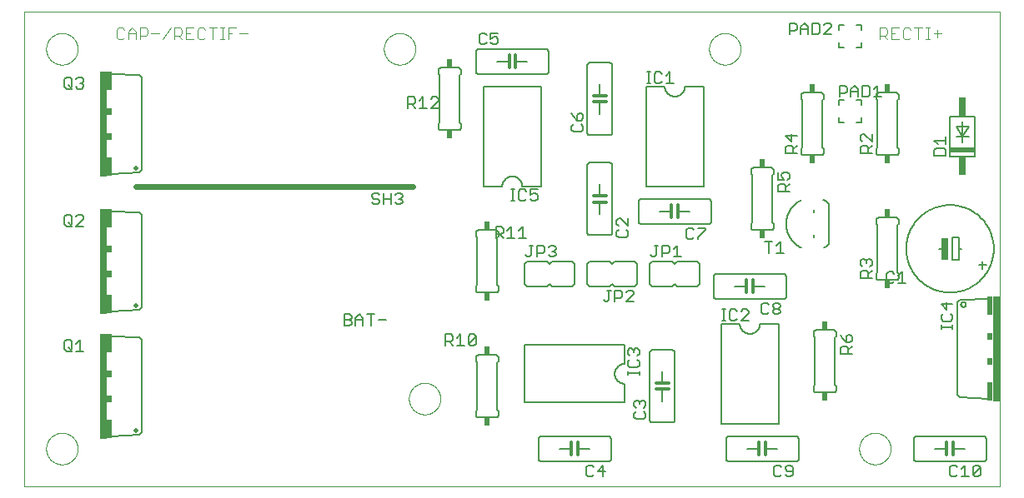
<source format=gto>
G75*
%MOIN*%
%OFA0B0*%
%FSLAX25Y25*%
%IPPOS*%
%LPD*%
%AMOC8*
5,1,8,0,0,1.08239X$1,22.5*
%
%ADD10C,0.00000*%
%ADD11C,0.00600*%
%ADD12C,0.00500*%
%ADD13R,0.02500X0.09000*%
%ADD14C,0.01200*%
%ADD15C,0.00400*%
%ADD16C,0.02000*%
%ADD17R,0.03000X0.42000*%
%ADD18R,0.02000X0.07500*%
%ADD19R,0.02000X0.03000*%
%ADD20R,0.02400X0.03400*%
%ADD21C,0.02400*%
%ADD22R,0.10000X0.02000*%
%ADD23R,0.03000X0.07500*%
D10*
X0003000Y0003000D02*
X0003000Y0193000D01*
X0393000Y0193000D01*
X0393000Y0003000D01*
X0003000Y0003000D01*
X0011701Y0018000D02*
X0011703Y0018158D01*
X0011709Y0018316D01*
X0011719Y0018474D01*
X0011733Y0018632D01*
X0011751Y0018789D01*
X0011772Y0018946D01*
X0011798Y0019102D01*
X0011828Y0019258D01*
X0011861Y0019413D01*
X0011899Y0019566D01*
X0011940Y0019719D01*
X0011985Y0019871D01*
X0012034Y0020022D01*
X0012087Y0020171D01*
X0012143Y0020319D01*
X0012203Y0020465D01*
X0012267Y0020610D01*
X0012335Y0020753D01*
X0012406Y0020895D01*
X0012480Y0021035D01*
X0012558Y0021172D01*
X0012640Y0021308D01*
X0012724Y0021442D01*
X0012813Y0021573D01*
X0012904Y0021702D01*
X0012999Y0021829D01*
X0013096Y0021954D01*
X0013197Y0022076D01*
X0013301Y0022195D01*
X0013408Y0022312D01*
X0013518Y0022426D01*
X0013631Y0022537D01*
X0013746Y0022646D01*
X0013864Y0022751D01*
X0013985Y0022853D01*
X0014108Y0022953D01*
X0014234Y0023049D01*
X0014362Y0023142D01*
X0014492Y0023232D01*
X0014625Y0023318D01*
X0014760Y0023402D01*
X0014896Y0023481D01*
X0015035Y0023558D01*
X0015176Y0023630D01*
X0015318Y0023700D01*
X0015462Y0023765D01*
X0015608Y0023827D01*
X0015755Y0023885D01*
X0015904Y0023940D01*
X0016054Y0023991D01*
X0016205Y0024038D01*
X0016357Y0024081D01*
X0016510Y0024120D01*
X0016665Y0024156D01*
X0016820Y0024187D01*
X0016976Y0024215D01*
X0017132Y0024239D01*
X0017289Y0024259D01*
X0017447Y0024275D01*
X0017604Y0024287D01*
X0017763Y0024295D01*
X0017921Y0024299D01*
X0018079Y0024299D01*
X0018237Y0024295D01*
X0018396Y0024287D01*
X0018553Y0024275D01*
X0018711Y0024259D01*
X0018868Y0024239D01*
X0019024Y0024215D01*
X0019180Y0024187D01*
X0019335Y0024156D01*
X0019490Y0024120D01*
X0019643Y0024081D01*
X0019795Y0024038D01*
X0019946Y0023991D01*
X0020096Y0023940D01*
X0020245Y0023885D01*
X0020392Y0023827D01*
X0020538Y0023765D01*
X0020682Y0023700D01*
X0020824Y0023630D01*
X0020965Y0023558D01*
X0021104Y0023481D01*
X0021240Y0023402D01*
X0021375Y0023318D01*
X0021508Y0023232D01*
X0021638Y0023142D01*
X0021766Y0023049D01*
X0021892Y0022953D01*
X0022015Y0022853D01*
X0022136Y0022751D01*
X0022254Y0022646D01*
X0022369Y0022537D01*
X0022482Y0022426D01*
X0022592Y0022312D01*
X0022699Y0022195D01*
X0022803Y0022076D01*
X0022904Y0021954D01*
X0023001Y0021829D01*
X0023096Y0021702D01*
X0023187Y0021573D01*
X0023276Y0021442D01*
X0023360Y0021308D01*
X0023442Y0021172D01*
X0023520Y0021035D01*
X0023594Y0020895D01*
X0023665Y0020753D01*
X0023733Y0020610D01*
X0023797Y0020465D01*
X0023857Y0020319D01*
X0023913Y0020171D01*
X0023966Y0020022D01*
X0024015Y0019871D01*
X0024060Y0019719D01*
X0024101Y0019566D01*
X0024139Y0019413D01*
X0024172Y0019258D01*
X0024202Y0019102D01*
X0024228Y0018946D01*
X0024249Y0018789D01*
X0024267Y0018632D01*
X0024281Y0018474D01*
X0024291Y0018316D01*
X0024297Y0018158D01*
X0024299Y0018000D01*
X0024297Y0017842D01*
X0024291Y0017684D01*
X0024281Y0017526D01*
X0024267Y0017368D01*
X0024249Y0017211D01*
X0024228Y0017054D01*
X0024202Y0016898D01*
X0024172Y0016742D01*
X0024139Y0016587D01*
X0024101Y0016434D01*
X0024060Y0016281D01*
X0024015Y0016129D01*
X0023966Y0015978D01*
X0023913Y0015829D01*
X0023857Y0015681D01*
X0023797Y0015535D01*
X0023733Y0015390D01*
X0023665Y0015247D01*
X0023594Y0015105D01*
X0023520Y0014965D01*
X0023442Y0014828D01*
X0023360Y0014692D01*
X0023276Y0014558D01*
X0023187Y0014427D01*
X0023096Y0014298D01*
X0023001Y0014171D01*
X0022904Y0014046D01*
X0022803Y0013924D01*
X0022699Y0013805D01*
X0022592Y0013688D01*
X0022482Y0013574D01*
X0022369Y0013463D01*
X0022254Y0013354D01*
X0022136Y0013249D01*
X0022015Y0013147D01*
X0021892Y0013047D01*
X0021766Y0012951D01*
X0021638Y0012858D01*
X0021508Y0012768D01*
X0021375Y0012682D01*
X0021240Y0012598D01*
X0021104Y0012519D01*
X0020965Y0012442D01*
X0020824Y0012370D01*
X0020682Y0012300D01*
X0020538Y0012235D01*
X0020392Y0012173D01*
X0020245Y0012115D01*
X0020096Y0012060D01*
X0019946Y0012009D01*
X0019795Y0011962D01*
X0019643Y0011919D01*
X0019490Y0011880D01*
X0019335Y0011844D01*
X0019180Y0011813D01*
X0019024Y0011785D01*
X0018868Y0011761D01*
X0018711Y0011741D01*
X0018553Y0011725D01*
X0018396Y0011713D01*
X0018237Y0011705D01*
X0018079Y0011701D01*
X0017921Y0011701D01*
X0017763Y0011705D01*
X0017604Y0011713D01*
X0017447Y0011725D01*
X0017289Y0011741D01*
X0017132Y0011761D01*
X0016976Y0011785D01*
X0016820Y0011813D01*
X0016665Y0011844D01*
X0016510Y0011880D01*
X0016357Y0011919D01*
X0016205Y0011962D01*
X0016054Y0012009D01*
X0015904Y0012060D01*
X0015755Y0012115D01*
X0015608Y0012173D01*
X0015462Y0012235D01*
X0015318Y0012300D01*
X0015176Y0012370D01*
X0015035Y0012442D01*
X0014896Y0012519D01*
X0014760Y0012598D01*
X0014625Y0012682D01*
X0014492Y0012768D01*
X0014362Y0012858D01*
X0014234Y0012951D01*
X0014108Y0013047D01*
X0013985Y0013147D01*
X0013864Y0013249D01*
X0013746Y0013354D01*
X0013631Y0013463D01*
X0013518Y0013574D01*
X0013408Y0013688D01*
X0013301Y0013805D01*
X0013197Y0013924D01*
X0013096Y0014046D01*
X0012999Y0014171D01*
X0012904Y0014298D01*
X0012813Y0014427D01*
X0012724Y0014558D01*
X0012640Y0014692D01*
X0012558Y0014828D01*
X0012480Y0014965D01*
X0012406Y0015105D01*
X0012335Y0015247D01*
X0012267Y0015390D01*
X0012203Y0015535D01*
X0012143Y0015681D01*
X0012087Y0015829D01*
X0012034Y0015978D01*
X0011985Y0016129D01*
X0011940Y0016281D01*
X0011899Y0016434D01*
X0011861Y0016587D01*
X0011828Y0016742D01*
X0011798Y0016898D01*
X0011772Y0017054D01*
X0011751Y0017211D01*
X0011733Y0017368D01*
X0011719Y0017526D01*
X0011709Y0017684D01*
X0011703Y0017842D01*
X0011701Y0018000D01*
X0156701Y0038000D02*
X0156703Y0038158D01*
X0156709Y0038316D01*
X0156719Y0038474D01*
X0156733Y0038632D01*
X0156751Y0038789D01*
X0156772Y0038946D01*
X0156798Y0039102D01*
X0156828Y0039258D01*
X0156861Y0039413D01*
X0156899Y0039566D01*
X0156940Y0039719D01*
X0156985Y0039871D01*
X0157034Y0040022D01*
X0157087Y0040171D01*
X0157143Y0040319D01*
X0157203Y0040465D01*
X0157267Y0040610D01*
X0157335Y0040753D01*
X0157406Y0040895D01*
X0157480Y0041035D01*
X0157558Y0041172D01*
X0157640Y0041308D01*
X0157724Y0041442D01*
X0157813Y0041573D01*
X0157904Y0041702D01*
X0157999Y0041829D01*
X0158096Y0041954D01*
X0158197Y0042076D01*
X0158301Y0042195D01*
X0158408Y0042312D01*
X0158518Y0042426D01*
X0158631Y0042537D01*
X0158746Y0042646D01*
X0158864Y0042751D01*
X0158985Y0042853D01*
X0159108Y0042953D01*
X0159234Y0043049D01*
X0159362Y0043142D01*
X0159492Y0043232D01*
X0159625Y0043318D01*
X0159760Y0043402D01*
X0159896Y0043481D01*
X0160035Y0043558D01*
X0160176Y0043630D01*
X0160318Y0043700D01*
X0160462Y0043765D01*
X0160608Y0043827D01*
X0160755Y0043885D01*
X0160904Y0043940D01*
X0161054Y0043991D01*
X0161205Y0044038D01*
X0161357Y0044081D01*
X0161510Y0044120D01*
X0161665Y0044156D01*
X0161820Y0044187D01*
X0161976Y0044215D01*
X0162132Y0044239D01*
X0162289Y0044259D01*
X0162447Y0044275D01*
X0162604Y0044287D01*
X0162763Y0044295D01*
X0162921Y0044299D01*
X0163079Y0044299D01*
X0163237Y0044295D01*
X0163396Y0044287D01*
X0163553Y0044275D01*
X0163711Y0044259D01*
X0163868Y0044239D01*
X0164024Y0044215D01*
X0164180Y0044187D01*
X0164335Y0044156D01*
X0164490Y0044120D01*
X0164643Y0044081D01*
X0164795Y0044038D01*
X0164946Y0043991D01*
X0165096Y0043940D01*
X0165245Y0043885D01*
X0165392Y0043827D01*
X0165538Y0043765D01*
X0165682Y0043700D01*
X0165824Y0043630D01*
X0165965Y0043558D01*
X0166104Y0043481D01*
X0166240Y0043402D01*
X0166375Y0043318D01*
X0166508Y0043232D01*
X0166638Y0043142D01*
X0166766Y0043049D01*
X0166892Y0042953D01*
X0167015Y0042853D01*
X0167136Y0042751D01*
X0167254Y0042646D01*
X0167369Y0042537D01*
X0167482Y0042426D01*
X0167592Y0042312D01*
X0167699Y0042195D01*
X0167803Y0042076D01*
X0167904Y0041954D01*
X0168001Y0041829D01*
X0168096Y0041702D01*
X0168187Y0041573D01*
X0168276Y0041442D01*
X0168360Y0041308D01*
X0168442Y0041172D01*
X0168520Y0041035D01*
X0168594Y0040895D01*
X0168665Y0040753D01*
X0168733Y0040610D01*
X0168797Y0040465D01*
X0168857Y0040319D01*
X0168913Y0040171D01*
X0168966Y0040022D01*
X0169015Y0039871D01*
X0169060Y0039719D01*
X0169101Y0039566D01*
X0169139Y0039413D01*
X0169172Y0039258D01*
X0169202Y0039102D01*
X0169228Y0038946D01*
X0169249Y0038789D01*
X0169267Y0038632D01*
X0169281Y0038474D01*
X0169291Y0038316D01*
X0169297Y0038158D01*
X0169299Y0038000D01*
X0169297Y0037842D01*
X0169291Y0037684D01*
X0169281Y0037526D01*
X0169267Y0037368D01*
X0169249Y0037211D01*
X0169228Y0037054D01*
X0169202Y0036898D01*
X0169172Y0036742D01*
X0169139Y0036587D01*
X0169101Y0036434D01*
X0169060Y0036281D01*
X0169015Y0036129D01*
X0168966Y0035978D01*
X0168913Y0035829D01*
X0168857Y0035681D01*
X0168797Y0035535D01*
X0168733Y0035390D01*
X0168665Y0035247D01*
X0168594Y0035105D01*
X0168520Y0034965D01*
X0168442Y0034828D01*
X0168360Y0034692D01*
X0168276Y0034558D01*
X0168187Y0034427D01*
X0168096Y0034298D01*
X0168001Y0034171D01*
X0167904Y0034046D01*
X0167803Y0033924D01*
X0167699Y0033805D01*
X0167592Y0033688D01*
X0167482Y0033574D01*
X0167369Y0033463D01*
X0167254Y0033354D01*
X0167136Y0033249D01*
X0167015Y0033147D01*
X0166892Y0033047D01*
X0166766Y0032951D01*
X0166638Y0032858D01*
X0166508Y0032768D01*
X0166375Y0032682D01*
X0166240Y0032598D01*
X0166104Y0032519D01*
X0165965Y0032442D01*
X0165824Y0032370D01*
X0165682Y0032300D01*
X0165538Y0032235D01*
X0165392Y0032173D01*
X0165245Y0032115D01*
X0165096Y0032060D01*
X0164946Y0032009D01*
X0164795Y0031962D01*
X0164643Y0031919D01*
X0164490Y0031880D01*
X0164335Y0031844D01*
X0164180Y0031813D01*
X0164024Y0031785D01*
X0163868Y0031761D01*
X0163711Y0031741D01*
X0163553Y0031725D01*
X0163396Y0031713D01*
X0163237Y0031705D01*
X0163079Y0031701D01*
X0162921Y0031701D01*
X0162763Y0031705D01*
X0162604Y0031713D01*
X0162447Y0031725D01*
X0162289Y0031741D01*
X0162132Y0031761D01*
X0161976Y0031785D01*
X0161820Y0031813D01*
X0161665Y0031844D01*
X0161510Y0031880D01*
X0161357Y0031919D01*
X0161205Y0031962D01*
X0161054Y0032009D01*
X0160904Y0032060D01*
X0160755Y0032115D01*
X0160608Y0032173D01*
X0160462Y0032235D01*
X0160318Y0032300D01*
X0160176Y0032370D01*
X0160035Y0032442D01*
X0159896Y0032519D01*
X0159760Y0032598D01*
X0159625Y0032682D01*
X0159492Y0032768D01*
X0159362Y0032858D01*
X0159234Y0032951D01*
X0159108Y0033047D01*
X0158985Y0033147D01*
X0158864Y0033249D01*
X0158746Y0033354D01*
X0158631Y0033463D01*
X0158518Y0033574D01*
X0158408Y0033688D01*
X0158301Y0033805D01*
X0158197Y0033924D01*
X0158096Y0034046D01*
X0157999Y0034171D01*
X0157904Y0034298D01*
X0157813Y0034427D01*
X0157724Y0034558D01*
X0157640Y0034692D01*
X0157558Y0034828D01*
X0157480Y0034965D01*
X0157406Y0035105D01*
X0157335Y0035247D01*
X0157267Y0035390D01*
X0157203Y0035535D01*
X0157143Y0035681D01*
X0157087Y0035829D01*
X0157034Y0035978D01*
X0156985Y0036129D01*
X0156940Y0036281D01*
X0156899Y0036434D01*
X0156861Y0036587D01*
X0156828Y0036742D01*
X0156798Y0036898D01*
X0156772Y0037054D01*
X0156751Y0037211D01*
X0156733Y0037368D01*
X0156719Y0037526D01*
X0156709Y0037684D01*
X0156703Y0037842D01*
X0156701Y0038000D01*
X0336701Y0018000D02*
X0336703Y0018158D01*
X0336709Y0018316D01*
X0336719Y0018474D01*
X0336733Y0018632D01*
X0336751Y0018789D01*
X0336772Y0018946D01*
X0336798Y0019102D01*
X0336828Y0019258D01*
X0336861Y0019413D01*
X0336899Y0019566D01*
X0336940Y0019719D01*
X0336985Y0019871D01*
X0337034Y0020022D01*
X0337087Y0020171D01*
X0337143Y0020319D01*
X0337203Y0020465D01*
X0337267Y0020610D01*
X0337335Y0020753D01*
X0337406Y0020895D01*
X0337480Y0021035D01*
X0337558Y0021172D01*
X0337640Y0021308D01*
X0337724Y0021442D01*
X0337813Y0021573D01*
X0337904Y0021702D01*
X0337999Y0021829D01*
X0338096Y0021954D01*
X0338197Y0022076D01*
X0338301Y0022195D01*
X0338408Y0022312D01*
X0338518Y0022426D01*
X0338631Y0022537D01*
X0338746Y0022646D01*
X0338864Y0022751D01*
X0338985Y0022853D01*
X0339108Y0022953D01*
X0339234Y0023049D01*
X0339362Y0023142D01*
X0339492Y0023232D01*
X0339625Y0023318D01*
X0339760Y0023402D01*
X0339896Y0023481D01*
X0340035Y0023558D01*
X0340176Y0023630D01*
X0340318Y0023700D01*
X0340462Y0023765D01*
X0340608Y0023827D01*
X0340755Y0023885D01*
X0340904Y0023940D01*
X0341054Y0023991D01*
X0341205Y0024038D01*
X0341357Y0024081D01*
X0341510Y0024120D01*
X0341665Y0024156D01*
X0341820Y0024187D01*
X0341976Y0024215D01*
X0342132Y0024239D01*
X0342289Y0024259D01*
X0342447Y0024275D01*
X0342604Y0024287D01*
X0342763Y0024295D01*
X0342921Y0024299D01*
X0343079Y0024299D01*
X0343237Y0024295D01*
X0343396Y0024287D01*
X0343553Y0024275D01*
X0343711Y0024259D01*
X0343868Y0024239D01*
X0344024Y0024215D01*
X0344180Y0024187D01*
X0344335Y0024156D01*
X0344490Y0024120D01*
X0344643Y0024081D01*
X0344795Y0024038D01*
X0344946Y0023991D01*
X0345096Y0023940D01*
X0345245Y0023885D01*
X0345392Y0023827D01*
X0345538Y0023765D01*
X0345682Y0023700D01*
X0345824Y0023630D01*
X0345965Y0023558D01*
X0346104Y0023481D01*
X0346240Y0023402D01*
X0346375Y0023318D01*
X0346508Y0023232D01*
X0346638Y0023142D01*
X0346766Y0023049D01*
X0346892Y0022953D01*
X0347015Y0022853D01*
X0347136Y0022751D01*
X0347254Y0022646D01*
X0347369Y0022537D01*
X0347482Y0022426D01*
X0347592Y0022312D01*
X0347699Y0022195D01*
X0347803Y0022076D01*
X0347904Y0021954D01*
X0348001Y0021829D01*
X0348096Y0021702D01*
X0348187Y0021573D01*
X0348276Y0021442D01*
X0348360Y0021308D01*
X0348442Y0021172D01*
X0348520Y0021035D01*
X0348594Y0020895D01*
X0348665Y0020753D01*
X0348733Y0020610D01*
X0348797Y0020465D01*
X0348857Y0020319D01*
X0348913Y0020171D01*
X0348966Y0020022D01*
X0349015Y0019871D01*
X0349060Y0019719D01*
X0349101Y0019566D01*
X0349139Y0019413D01*
X0349172Y0019258D01*
X0349202Y0019102D01*
X0349228Y0018946D01*
X0349249Y0018789D01*
X0349267Y0018632D01*
X0349281Y0018474D01*
X0349291Y0018316D01*
X0349297Y0018158D01*
X0349299Y0018000D01*
X0349297Y0017842D01*
X0349291Y0017684D01*
X0349281Y0017526D01*
X0349267Y0017368D01*
X0349249Y0017211D01*
X0349228Y0017054D01*
X0349202Y0016898D01*
X0349172Y0016742D01*
X0349139Y0016587D01*
X0349101Y0016434D01*
X0349060Y0016281D01*
X0349015Y0016129D01*
X0348966Y0015978D01*
X0348913Y0015829D01*
X0348857Y0015681D01*
X0348797Y0015535D01*
X0348733Y0015390D01*
X0348665Y0015247D01*
X0348594Y0015105D01*
X0348520Y0014965D01*
X0348442Y0014828D01*
X0348360Y0014692D01*
X0348276Y0014558D01*
X0348187Y0014427D01*
X0348096Y0014298D01*
X0348001Y0014171D01*
X0347904Y0014046D01*
X0347803Y0013924D01*
X0347699Y0013805D01*
X0347592Y0013688D01*
X0347482Y0013574D01*
X0347369Y0013463D01*
X0347254Y0013354D01*
X0347136Y0013249D01*
X0347015Y0013147D01*
X0346892Y0013047D01*
X0346766Y0012951D01*
X0346638Y0012858D01*
X0346508Y0012768D01*
X0346375Y0012682D01*
X0346240Y0012598D01*
X0346104Y0012519D01*
X0345965Y0012442D01*
X0345824Y0012370D01*
X0345682Y0012300D01*
X0345538Y0012235D01*
X0345392Y0012173D01*
X0345245Y0012115D01*
X0345096Y0012060D01*
X0344946Y0012009D01*
X0344795Y0011962D01*
X0344643Y0011919D01*
X0344490Y0011880D01*
X0344335Y0011844D01*
X0344180Y0011813D01*
X0344024Y0011785D01*
X0343868Y0011761D01*
X0343711Y0011741D01*
X0343553Y0011725D01*
X0343396Y0011713D01*
X0343237Y0011705D01*
X0343079Y0011701D01*
X0342921Y0011701D01*
X0342763Y0011705D01*
X0342604Y0011713D01*
X0342447Y0011725D01*
X0342289Y0011741D01*
X0342132Y0011761D01*
X0341976Y0011785D01*
X0341820Y0011813D01*
X0341665Y0011844D01*
X0341510Y0011880D01*
X0341357Y0011919D01*
X0341205Y0011962D01*
X0341054Y0012009D01*
X0340904Y0012060D01*
X0340755Y0012115D01*
X0340608Y0012173D01*
X0340462Y0012235D01*
X0340318Y0012300D01*
X0340176Y0012370D01*
X0340035Y0012442D01*
X0339896Y0012519D01*
X0339760Y0012598D01*
X0339625Y0012682D01*
X0339492Y0012768D01*
X0339362Y0012858D01*
X0339234Y0012951D01*
X0339108Y0013047D01*
X0338985Y0013147D01*
X0338864Y0013249D01*
X0338746Y0013354D01*
X0338631Y0013463D01*
X0338518Y0013574D01*
X0338408Y0013688D01*
X0338301Y0013805D01*
X0338197Y0013924D01*
X0338096Y0014046D01*
X0337999Y0014171D01*
X0337904Y0014298D01*
X0337813Y0014427D01*
X0337724Y0014558D01*
X0337640Y0014692D01*
X0337558Y0014828D01*
X0337480Y0014965D01*
X0337406Y0015105D01*
X0337335Y0015247D01*
X0337267Y0015390D01*
X0337203Y0015535D01*
X0337143Y0015681D01*
X0337087Y0015829D01*
X0337034Y0015978D01*
X0336985Y0016129D01*
X0336940Y0016281D01*
X0336899Y0016434D01*
X0336861Y0016587D01*
X0336828Y0016742D01*
X0336798Y0016898D01*
X0336772Y0017054D01*
X0336751Y0017211D01*
X0336733Y0017368D01*
X0336719Y0017526D01*
X0336709Y0017684D01*
X0336703Y0017842D01*
X0336701Y0018000D01*
X0276701Y0178000D02*
X0276703Y0178158D01*
X0276709Y0178316D01*
X0276719Y0178474D01*
X0276733Y0178632D01*
X0276751Y0178789D01*
X0276772Y0178946D01*
X0276798Y0179102D01*
X0276828Y0179258D01*
X0276861Y0179413D01*
X0276899Y0179566D01*
X0276940Y0179719D01*
X0276985Y0179871D01*
X0277034Y0180022D01*
X0277087Y0180171D01*
X0277143Y0180319D01*
X0277203Y0180465D01*
X0277267Y0180610D01*
X0277335Y0180753D01*
X0277406Y0180895D01*
X0277480Y0181035D01*
X0277558Y0181172D01*
X0277640Y0181308D01*
X0277724Y0181442D01*
X0277813Y0181573D01*
X0277904Y0181702D01*
X0277999Y0181829D01*
X0278096Y0181954D01*
X0278197Y0182076D01*
X0278301Y0182195D01*
X0278408Y0182312D01*
X0278518Y0182426D01*
X0278631Y0182537D01*
X0278746Y0182646D01*
X0278864Y0182751D01*
X0278985Y0182853D01*
X0279108Y0182953D01*
X0279234Y0183049D01*
X0279362Y0183142D01*
X0279492Y0183232D01*
X0279625Y0183318D01*
X0279760Y0183402D01*
X0279896Y0183481D01*
X0280035Y0183558D01*
X0280176Y0183630D01*
X0280318Y0183700D01*
X0280462Y0183765D01*
X0280608Y0183827D01*
X0280755Y0183885D01*
X0280904Y0183940D01*
X0281054Y0183991D01*
X0281205Y0184038D01*
X0281357Y0184081D01*
X0281510Y0184120D01*
X0281665Y0184156D01*
X0281820Y0184187D01*
X0281976Y0184215D01*
X0282132Y0184239D01*
X0282289Y0184259D01*
X0282447Y0184275D01*
X0282604Y0184287D01*
X0282763Y0184295D01*
X0282921Y0184299D01*
X0283079Y0184299D01*
X0283237Y0184295D01*
X0283396Y0184287D01*
X0283553Y0184275D01*
X0283711Y0184259D01*
X0283868Y0184239D01*
X0284024Y0184215D01*
X0284180Y0184187D01*
X0284335Y0184156D01*
X0284490Y0184120D01*
X0284643Y0184081D01*
X0284795Y0184038D01*
X0284946Y0183991D01*
X0285096Y0183940D01*
X0285245Y0183885D01*
X0285392Y0183827D01*
X0285538Y0183765D01*
X0285682Y0183700D01*
X0285824Y0183630D01*
X0285965Y0183558D01*
X0286104Y0183481D01*
X0286240Y0183402D01*
X0286375Y0183318D01*
X0286508Y0183232D01*
X0286638Y0183142D01*
X0286766Y0183049D01*
X0286892Y0182953D01*
X0287015Y0182853D01*
X0287136Y0182751D01*
X0287254Y0182646D01*
X0287369Y0182537D01*
X0287482Y0182426D01*
X0287592Y0182312D01*
X0287699Y0182195D01*
X0287803Y0182076D01*
X0287904Y0181954D01*
X0288001Y0181829D01*
X0288096Y0181702D01*
X0288187Y0181573D01*
X0288276Y0181442D01*
X0288360Y0181308D01*
X0288442Y0181172D01*
X0288520Y0181035D01*
X0288594Y0180895D01*
X0288665Y0180753D01*
X0288733Y0180610D01*
X0288797Y0180465D01*
X0288857Y0180319D01*
X0288913Y0180171D01*
X0288966Y0180022D01*
X0289015Y0179871D01*
X0289060Y0179719D01*
X0289101Y0179566D01*
X0289139Y0179413D01*
X0289172Y0179258D01*
X0289202Y0179102D01*
X0289228Y0178946D01*
X0289249Y0178789D01*
X0289267Y0178632D01*
X0289281Y0178474D01*
X0289291Y0178316D01*
X0289297Y0178158D01*
X0289299Y0178000D01*
X0289297Y0177842D01*
X0289291Y0177684D01*
X0289281Y0177526D01*
X0289267Y0177368D01*
X0289249Y0177211D01*
X0289228Y0177054D01*
X0289202Y0176898D01*
X0289172Y0176742D01*
X0289139Y0176587D01*
X0289101Y0176434D01*
X0289060Y0176281D01*
X0289015Y0176129D01*
X0288966Y0175978D01*
X0288913Y0175829D01*
X0288857Y0175681D01*
X0288797Y0175535D01*
X0288733Y0175390D01*
X0288665Y0175247D01*
X0288594Y0175105D01*
X0288520Y0174965D01*
X0288442Y0174828D01*
X0288360Y0174692D01*
X0288276Y0174558D01*
X0288187Y0174427D01*
X0288096Y0174298D01*
X0288001Y0174171D01*
X0287904Y0174046D01*
X0287803Y0173924D01*
X0287699Y0173805D01*
X0287592Y0173688D01*
X0287482Y0173574D01*
X0287369Y0173463D01*
X0287254Y0173354D01*
X0287136Y0173249D01*
X0287015Y0173147D01*
X0286892Y0173047D01*
X0286766Y0172951D01*
X0286638Y0172858D01*
X0286508Y0172768D01*
X0286375Y0172682D01*
X0286240Y0172598D01*
X0286104Y0172519D01*
X0285965Y0172442D01*
X0285824Y0172370D01*
X0285682Y0172300D01*
X0285538Y0172235D01*
X0285392Y0172173D01*
X0285245Y0172115D01*
X0285096Y0172060D01*
X0284946Y0172009D01*
X0284795Y0171962D01*
X0284643Y0171919D01*
X0284490Y0171880D01*
X0284335Y0171844D01*
X0284180Y0171813D01*
X0284024Y0171785D01*
X0283868Y0171761D01*
X0283711Y0171741D01*
X0283553Y0171725D01*
X0283396Y0171713D01*
X0283237Y0171705D01*
X0283079Y0171701D01*
X0282921Y0171701D01*
X0282763Y0171705D01*
X0282604Y0171713D01*
X0282447Y0171725D01*
X0282289Y0171741D01*
X0282132Y0171761D01*
X0281976Y0171785D01*
X0281820Y0171813D01*
X0281665Y0171844D01*
X0281510Y0171880D01*
X0281357Y0171919D01*
X0281205Y0171962D01*
X0281054Y0172009D01*
X0280904Y0172060D01*
X0280755Y0172115D01*
X0280608Y0172173D01*
X0280462Y0172235D01*
X0280318Y0172300D01*
X0280176Y0172370D01*
X0280035Y0172442D01*
X0279896Y0172519D01*
X0279760Y0172598D01*
X0279625Y0172682D01*
X0279492Y0172768D01*
X0279362Y0172858D01*
X0279234Y0172951D01*
X0279108Y0173047D01*
X0278985Y0173147D01*
X0278864Y0173249D01*
X0278746Y0173354D01*
X0278631Y0173463D01*
X0278518Y0173574D01*
X0278408Y0173688D01*
X0278301Y0173805D01*
X0278197Y0173924D01*
X0278096Y0174046D01*
X0277999Y0174171D01*
X0277904Y0174298D01*
X0277813Y0174427D01*
X0277724Y0174558D01*
X0277640Y0174692D01*
X0277558Y0174828D01*
X0277480Y0174965D01*
X0277406Y0175105D01*
X0277335Y0175247D01*
X0277267Y0175390D01*
X0277203Y0175535D01*
X0277143Y0175681D01*
X0277087Y0175829D01*
X0277034Y0175978D01*
X0276985Y0176129D01*
X0276940Y0176281D01*
X0276899Y0176434D01*
X0276861Y0176587D01*
X0276828Y0176742D01*
X0276798Y0176898D01*
X0276772Y0177054D01*
X0276751Y0177211D01*
X0276733Y0177368D01*
X0276719Y0177526D01*
X0276709Y0177684D01*
X0276703Y0177842D01*
X0276701Y0178000D01*
X0146701Y0178000D02*
X0146703Y0178158D01*
X0146709Y0178316D01*
X0146719Y0178474D01*
X0146733Y0178632D01*
X0146751Y0178789D01*
X0146772Y0178946D01*
X0146798Y0179102D01*
X0146828Y0179258D01*
X0146861Y0179413D01*
X0146899Y0179566D01*
X0146940Y0179719D01*
X0146985Y0179871D01*
X0147034Y0180022D01*
X0147087Y0180171D01*
X0147143Y0180319D01*
X0147203Y0180465D01*
X0147267Y0180610D01*
X0147335Y0180753D01*
X0147406Y0180895D01*
X0147480Y0181035D01*
X0147558Y0181172D01*
X0147640Y0181308D01*
X0147724Y0181442D01*
X0147813Y0181573D01*
X0147904Y0181702D01*
X0147999Y0181829D01*
X0148096Y0181954D01*
X0148197Y0182076D01*
X0148301Y0182195D01*
X0148408Y0182312D01*
X0148518Y0182426D01*
X0148631Y0182537D01*
X0148746Y0182646D01*
X0148864Y0182751D01*
X0148985Y0182853D01*
X0149108Y0182953D01*
X0149234Y0183049D01*
X0149362Y0183142D01*
X0149492Y0183232D01*
X0149625Y0183318D01*
X0149760Y0183402D01*
X0149896Y0183481D01*
X0150035Y0183558D01*
X0150176Y0183630D01*
X0150318Y0183700D01*
X0150462Y0183765D01*
X0150608Y0183827D01*
X0150755Y0183885D01*
X0150904Y0183940D01*
X0151054Y0183991D01*
X0151205Y0184038D01*
X0151357Y0184081D01*
X0151510Y0184120D01*
X0151665Y0184156D01*
X0151820Y0184187D01*
X0151976Y0184215D01*
X0152132Y0184239D01*
X0152289Y0184259D01*
X0152447Y0184275D01*
X0152604Y0184287D01*
X0152763Y0184295D01*
X0152921Y0184299D01*
X0153079Y0184299D01*
X0153237Y0184295D01*
X0153396Y0184287D01*
X0153553Y0184275D01*
X0153711Y0184259D01*
X0153868Y0184239D01*
X0154024Y0184215D01*
X0154180Y0184187D01*
X0154335Y0184156D01*
X0154490Y0184120D01*
X0154643Y0184081D01*
X0154795Y0184038D01*
X0154946Y0183991D01*
X0155096Y0183940D01*
X0155245Y0183885D01*
X0155392Y0183827D01*
X0155538Y0183765D01*
X0155682Y0183700D01*
X0155824Y0183630D01*
X0155965Y0183558D01*
X0156104Y0183481D01*
X0156240Y0183402D01*
X0156375Y0183318D01*
X0156508Y0183232D01*
X0156638Y0183142D01*
X0156766Y0183049D01*
X0156892Y0182953D01*
X0157015Y0182853D01*
X0157136Y0182751D01*
X0157254Y0182646D01*
X0157369Y0182537D01*
X0157482Y0182426D01*
X0157592Y0182312D01*
X0157699Y0182195D01*
X0157803Y0182076D01*
X0157904Y0181954D01*
X0158001Y0181829D01*
X0158096Y0181702D01*
X0158187Y0181573D01*
X0158276Y0181442D01*
X0158360Y0181308D01*
X0158442Y0181172D01*
X0158520Y0181035D01*
X0158594Y0180895D01*
X0158665Y0180753D01*
X0158733Y0180610D01*
X0158797Y0180465D01*
X0158857Y0180319D01*
X0158913Y0180171D01*
X0158966Y0180022D01*
X0159015Y0179871D01*
X0159060Y0179719D01*
X0159101Y0179566D01*
X0159139Y0179413D01*
X0159172Y0179258D01*
X0159202Y0179102D01*
X0159228Y0178946D01*
X0159249Y0178789D01*
X0159267Y0178632D01*
X0159281Y0178474D01*
X0159291Y0178316D01*
X0159297Y0178158D01*
X0159299Y0178000D01*
X0159297Y0177842D01*
X0159291Y0177684D01*
X0159281Y0177526D01*
X0159267Y0177368D01*
X0159249Y0177211D01*
X0159228Y0177054D01*
X0159202Y0176898D01*
X0159172Y0176742D01*
X0159139Y0176587D01*
X0159101Y0176434D01*
X0159060Y0176281D01*
X0159015Y0176129D01*
X0158966Y0175978D01*
X0158913Y0175829D01*
X0158857Y0175681D01*
X0158797Y0175535D01*
X0158733Y0175390D01*
X0158665Y0175247D01*
X0158594Y0175105D01*
X0158520Y0174965D01*
X0158442Y0174828D01*
X0158360Y0174692D01*
X0158276Y0174558D01*
X0158187Y0174427D01*
X0158096Y0174298D01*
X0158001Y0174171D01*
X0157904Y0174046D01*
X0157803Y0173924D01*
X0157699Y0173805D01*
X0157592Y0173688D01*
X0157482Y0173574D01*
X0157369Y0173463D01*
X0157254Y0173354D01*
X0157136Y0173249D01*
X0157015Y0173147D01*
X0156892Y0173047D01*
X0156766Y0172951D01*
X0156638Y0172858D01*
X0156508Y0172768D01*
X0156375Y0172682D01*
X0156240Y0172598D01*
X0156104Y0172519D01*
X0155965Y0172442D01*
X0155824Y0172370D01*
X0155682Y0172300D01*
X0155538Y0172235D01*
X0155392Y0172173D01*
X0155245Y0172115D01*
X0155096Y0172060D01*
X0154946Y0172009D01*
X0154795Y0171962D01*
X0154643Y0171919D01*
X0154490Y0171880D01*
X0154335Y0171844D01*
X0154180Y0171813D01*
X0154024Y0171785D01*
X0153868Y0171761D01*
X0153711Y0171741D01*
X0153553Y0171725D01*
X0153396Y0171713D01*
X0153237Y0171705D01*
X0153079Y0171701D01*
X0152921Y0171701D01*
X0152763Y0171705D01*
X0152604Y0171713D01*
X0152447Y0171725D01*
X0152289Y0171741D01*
X0152132Y0171761D01*
X0151976Y0171785D01*
X0151820Y0171813D01*
X0151665Y0171844D01*
X0151510Y0171880D01*
X0151357Y0171919D01*
X0151205Y0171962D01*
X0151054Y0172009D01*
X0150904Y0172060D01*
X0150755Y0172115D01*
X0150608Y0172173D01*
X0150462Y0172235D01*
X0150318Y0172300D01*
X0150176Y0172370D01*
X0150035Y0172442D01*
X0149896Y0172519D01*
X0149760Y0172598D01*
X0149625Y0172682D01*
X0149492Y0172768D01*
X0149362Y0172858D01*
X0149234Y0172951D01*
X0149108Y0173047D01*
X0148985Y0173147D01*
X0148864Y0173249D01*
X0148746Y0173354D01*
X0148631Y0173463D01*
X0148518Y0173574D01*
X0148408Y0173688D01*
X0148301Y0173805D01*
X0148197Y0173924D01*
X0148096Y0174046D01*
X0147999Y0174171D01*
X0147904Y0174298D01*
X0147813Y0174427D01*
X0147724Y0174558D01*
X0147640Y0174692D01*
X0147558Y0174828D01*
X0147480Y0174965D01*
X0147406Y0175105D01*
X0147335Y0175247D01*
X0147267Y0175390D01*
X0147203Y0175535D01*
X0147143Y0175681D01*
X0147087Y0175829D01*
X0147034Y0175978D01*
X0146985Y0176129D01*
X0146940Y0176281D01*
X0146899Y0176434D01*
X0146861Y0176587D01*
X0146828Y0176742D01*
X0146798Y0176898D01*
X0146772Y0177054D01*
X0146751Y0177211D01*
X0146733Y0177368D01*
X0146719Y0177526D01*
X0146709Y0177684D01*
X0146703Y0177842D01*
X0146701Y0178000D01*
X0011701Y0178000D02*
X0011703Y0178158D01*
X0011709Y0178316D01*
X0011719Y0178474D01*
X0011733Y0178632D01*
X0011751Y0178789D01*
X0011772Y0178946D01*
X0011798Y0179102D01*
X0011828Y0179258D01*
X0011861Y0179413D01*
X0011899Y0179566D01*
X0011940Y0179719D01*
X0011985Y0179871D01*
X0012034Y0180022D01*
X0012087Y0180171D01*
X0012143Y0180319D01*
X0012203Y0180465D01*
X0012267Y0180610D01*
X0012335Y0180753D01*
X0012406Y0180895D01*
X0012480Y0181035D01*
X0012558Y0181172D01*
X0012640Y0181308D01*
X0012724Y0181442D01*
X0012813Y0181573D01*
X0012904Y0181702D01*
X0012999Y0181829D01*
X0013096Y0181954D01*
X0013197Y0182076D01*
X0013301Y0182195D01*
X0013408Y0182312D01*
X0013518Y0182426D01*
X0013631Y0182537D01*
X0013746Y0182646D01*
X0013864Y0182751D01*
X0013985Y0182853D01*
X0014108Y0182953D01*
X0014234Y0183049D01*
X0014362Y0183142D01*
X0014492Y0183232D01*
X0014625Y0183318D01*
X0014760Y0183402D01*
X0014896Y0183481D01*
X0015035Y0183558D01*
X0015176Y0183630D01*
X0015318Y0183700D01*
X0015462Y0183765D01*
X0015608Y0183827D01*
X0015755Y0183885D01*
X0015904Y0183940D01*
X0016054Y0183991D01*
X0016205Y0184038D01*
X0016357Y0184081D01*
X0016510Y0184120D01*
X0016665Y0184156D01*
X0016820Y0184187D01*
X0016976Y0184215D01*
X0017132Y0184239D01*
X0017289Y0184259D01*
X0017447Y0184275D01*
X0017604Y0184287D01*
X0017763Y0184295D01*
X0017921Y0184299D01*
X0018079Y0184299D01*
X0018237Y0184295D01*
X0018396Y0184287D01*
X0018553Y0184275D01*
X0018711Y0184259D01*
X0018868Y0184239D01*
X0019024Y0184215D01*
X0019180Y0184187D01*
X0019335Y0184156D01*
X0019490Y0184120D01*
X0019643Y0184081D01*
X0019795Y0184038D01*
X0019946Y0183991D01*
X0020096Y0183940D01*
X0020245Y0183885D01*
X0020392Y0183827D01*
X0020538Y0183765D01*
X0020682Y0183700D01*
X0020824Y0183630D01*
X0020965Y0183558D01*
X0021104Y0183481D01*
X0021240Y0183402D01*
X0021375Y0183318D01*
X0021508Y0183232D01*
X0021638Y0183142D01*
X0021766Y0183049D01*
X0021892Y0182953D01*
X0022015Y0182853D01*
X0022136Y0182751D01*
X0022254Y0182646D01*
X0022369Y0182537D01*
X0022482Y0182426D01*
X0022592Y0182312D01*
X0022699Y0182195D01*
X0022803Y0182076D01*
X0022904Y0181954D01*
X0023001Y0181829D01*
X0023096Y0181702D01*
X0023187Y0181573D01*
X0023276Y0181442D01*
X0023360Y0181308D01*
X0023442Y0181172D01*
X0023520Y0181035D01*
X0023594Y0180895D01*
X0023665Y0180753D01*
X0023733Y0180610D01*
X0023797Y0180465D01*
X0023857Y0180319D01*
X0023913Y0180171D01*
X0023966Y0180022D01*
X0024015Y0179871D01*
X0024060Y0179719D01*
X0024101Y0179566D01*
X0024139Y0179413D01*
X0024172Y0179258D01*
X0024202Y0179102D01*
X0024228Y0178946D01*
X0024249Y0178789D01*
X0024267Y0178632D01*
X0024281Y0178474D01*
X0024291Y0178316D01*
X0024297Y0178158D01*
X0024299Y0178000D01*
X0024297Y0177842D01*
X0024291Y0177684D01*
X0024281Y0177526D01*
X0024267Y0177368D01*
X0024249Y0177211D01*
X0024228Y0177054D01*
X0024202Y0176898D01*
X0024172Y0176742D01*
X0024139Y0176587D01*
X0024101Y0176434D01*
X0024060Y0176281D01*
X0024015Y0176129D01*
X0023966Y0175978D01*
X0023913Y0175829D01*
X0023857Y0175681D01*
X0023797Y0175535D01*
X0023733Y0175390D01*
X0023665Y0175247D01*
X0023594Y0175105D01*
X0023520Y0174965D01*
X0023442Y0174828D01*
X0023360Y0174692D01*
X0023276Y0174558D01*
X0023187Y0174427D01*
X0023096Y0174298D01*
X0023001Y0174171D01*
X0022904Y0174046D01*
X0022803Y0173924D01*
X0022699Y0173805D01*
X0022592Y0173688D01*
X0022482Y0173574D01*
X0022369Y0173463D01*
X0022254Y0173354D01*
X0022136Y0173249D01*
X0022015Y0173147D01*
X0021892Y0173047D01*
X0021766Y0172951D01*
X0021638Y0172858D01*
X0021508Y0172768D01*
X0021375Y0172682D01*
X0021240Y0172598D01*
X0021104Y0172519D01*
X0020965Y0172442D01*
X0020824Y0172370D01*
X0020682Y0172300D01*
X0020538Y0172235D01*
X0020392Y0172173D01*
X0020245Y0172115D01*
X0020096Y0172060D01*
X0019946Y0172009D01*
X0019795Y0171962D01*
X0019643Y0171919D01*
X0019490Y0171880D01*
X0019335Y0171844D01*
X0019180Y0171813D01*
X0019024Y0171785D01*
X0018868Y0171761D01*
X0018711Y0171741D01*
X0018553Y0171725D01*
X0018396Y0171713D01*
X0018237Y0171705D01*
X0018079Y0171701D01*
X0017921Y0171701D01*
X0017763Y0171705D01*
X0017604Y0171713D01*
X0017447Y0171725D01*
X0017289Y0171741D01*
X0017132Y0171761D01*
X0016976Y0171785D01*
X0016820Y0171813D01*
X0016665Y0171844D01*
X0016510Y0171880D01*
X0016357Y0171919D01*
X0016205Y0171962D01*
X0016054Y0172009D01*
X0015904Y0172060D01*
X0015755Y0172115D01*
X0015608Y0172173D01*
X0015462Y0172235D01*
X0015318Y0172300D01*
X0015176Y0172370D01*
X0015035Y0172442D01*
X0014896Y0172519D01*
X0014760Y0172598D01*
X0014625Y0172682D01*
X0014492Y0172768D01*
X0014362Y0172858D01*
X0014234Y0172951D01*
X0014108Y0173047D01*
X0013985Y0173147D01*
X0013864Y0173249D01*
X0013746Y0173354D01*
X0013631Y0173463D01*
X0013518Y0173574D01*
X0013408Y0173688D01*
X0013301Y0173805D01*
X0013197Y0173924D01*
X0013096Y0174046D01*
X0012999Y0174171D01*
X0012904Y0174298D01*
X0012813Y0174427D01*
X0012724Y0174558D01*
X0012640Y0174692D01*
X0012558Y0174828D01*
X0012480Y0174965D01*
X0012406Y0175105D01*
X0012335Y0175247D01*
X0012267Y0175390D01*
X0012203Y0175535D01*
X0012143Y0175681D01*
X0012087Y0175829D01*
X0012034Y0175978D01*
X0011985Y0176129D01*
X0011940Y0176281D01*
X0011899Y0176434D01*
X0011861Y0176587D01*
X0011828Y0176742D01*
X0011798Y0176898D01*
X0011772Y0177054D01*
X0011751Y0177211D01*
X0011733Y0177368D01*
X0011719Y0177526D01*
X0011709Y0177684D01*
X0011703Y0177842D01*
X0011701Y0178000D01*
D11*
X0037500Y0168000D02*
X0049000Y0167500D01*
X0050000Y0166500D01*
X0050000Y0129500D01*
X0049000Y0128500D01*
X0037500Y0128000D01*
X0037500Y0113000D02*
X0049000Y0112500D01*
X0050000Y0111500D01*
X0050000Y0074500D01*
X0049000Y0073500D01*
X0037500Y0073000D01*
X0037500Y0063000D02*
X0049000Y0062500D01*
X0050000Y0061500D01*
X0050000Y0024500D01*
X0049000Y0023500D01*
X0037500Y0023000D01*
X0183500Y0031500D02*
X0183500Y0033000D01*
X0184000Y0033500D01*
X0184000Y0052500D01*
X0183500Y0053000D01*
X0183500Y0054500D01*
X0183502Y0054560D01*
X0183507Y0054621D01*
X0183516Y0054680D01*
X0183529Y0054739D01*
X0183545Y0054798D01*
X0183565Y0054855D01*
X0183588Y0054910D01*
X0183615Y0054965D01*
X0183644Y0055017D01*
X0183677Y0055068D01*
X0183713Y0055117D01*
X0183751Y0055163D01*
X0183793Y0055207D01*
X0183837Y0055249D01*
X0183883Y0055287D01*
X0183932Y0055323D01*
X0183983Y0055356D01*
X0184035Y0055385D01*
X0184090Y0055412D01*
X0184145Y0055435D01*
X0184202Y0055455D01*
X0184261Y0055471D01*
X0184320Y0055484D01*
X0184379Y0055493D01*
X0184440Y0055498D01*
X0184500Y0055500D01*
X0191500Y0055500D01*
X0191560Y0055498D01*
X0191621Y0055493D01*
X0191680Y0055484D01*
X0191739Y0055471D01*
X0191798Y0055455D01*
X0191855Y0055435D01*
X0191910Y0055412D01*
X0191965Y0055385D01*
X0192017Y0055356D01*
X0192068Y0055323D01*
X0192117Y0055287D01*
X0192163Y0055249D01*
X0192207Y0055207D01*
X0192249Y0055163D01*
X0192287Y0055117D01*
X0192323Y0055068D01*
X0192356Y0055017D01*
X0192385Y0054965D01*
X0192412Y0054910D01*
X0192435Y0054855D01*
X0192455Y0054798D01*
X0192471Y0054739D01*
X0192484Y0054680D01*
X0192493Y0054621D01*
X0192498Y0054560D01*
X0192500Y0054500D01*
X0192500Y0053000D01*
X0192000Y0052500D01*
X0192000Y0033500D01*
X0192500Y0033000D01*
X0192500Y0031500D01*
X0192498Y0031440D01*
X0192493Y0031379D01*
X0192484Y0031320D01*
X0192471Y0031261D01*
X0192455Y0031202D01*
X0192435Y0031145D01*
X0192412Y0031090D01*
X0192385Y0031035D01*
X0192356Y0030983D01*
X0192323Y0030932D01*
X0192287Y0030883D01*
X0192249Y0030837D01*
X0192207Y0030793D01*
X0192163Y0030751D01*
X0192117Y0030713D01*
X0192068Y0030677D01*
X0192017Y0030644D01*
X0191965Y0030615D01*
X0191910Y0030588D01*
X0191855Y0030565D01*
X0191798Y0030545D01*
X0191739Y0030529D01*
X0191680Y0030516D01*
X0191621Y0030507D01*
X0191560Y0030502D01*
X0191500Y0030500D01*
X0184500Y0030500D01*
X0184440Y0030502D01*
X0184379Y0030507D01*
X0184320Y0030516D01*
X0184261Y0030529D01*
X0184202Y0030545D01*
X0184145Y0030565D01*
X0184090Y0030588D01*
X0184035Y0030615D01*
X0183983Y0030644D01*
X0183932Y0030677D01*
X0183883Y0030713D01*
X0183837Y0030751D01*
X0183793Y0030793D01*
X0183751Y0030837D01*
X0183713Y0030883D01*
X0183677Y0030932D01*
X0183644Y0030983D01*
X0183615Y0031035D01*
X0183588Y0031090D01*
X0183565Y0031145D01*
X0183545Y0031202D01*
X0183529Y0031261D01*
X0183516Y0031320D01*
X0183507Y0031379D01*
X0183502Y0031440D01*
X0183500Y0031500D01*
X0203000Y0036500D02*
X0203000Y0059500D01*
X0243000Y0059500D01*
X0243000Y0052000D01*
X0242874Y0051998D01*
X0242749Y0051992D01*
X0242624Y0051982D01*
X0242499Y0051968D01*
X0242374Y0051951D01*
X0242250Y0051929D01*
X0242127Y0051904D01*
X0242005Y0051874D01*
X0241884Y0051841D01*
X0241764Y0051804D01*
X0241645Y0051764D01*
X0241528Y0051719D01*
X0241411Y0051671D01*
X0241297Y0051619D01*
X0241184Y0051564D01*
X0241073Y0051505D01*
X0240964Y0051443D01*
X0240857Y0051377D01*
X0240752Y0051308D01*
X0240649Y0051236D01*
X0240548Y0051161D01*
X0240450Y0051082D01*
X0240355Y0051000D01*
X0240262Y0050916D01*
X0240172Y0050828D01*
X0240084Y0050738D01*
X0240000Y0050645D01*
X0239918Y0050550D01*
X0239839Y0050452D01*
X0239764Y0050351D01*
X0239692Y0050248D01*
X0239623Y0050143D01*
X0239557Y0050036D01*
X0239495Y0049927D01*
X0239436Y0049816D01*
X0239381Y0049703D01*
X0239329Y0049589D01*
X0239281Y0049472D01*
X0239236Y0049355D01*
X0239196Y0049236D01*
X0239159Y0049116D01*
X0239126Y0048995D01*
X0239096Y0048873D01*
X0239071Y0048750D01*
X0239049Y0048626D01*
X0239032Y0048501D01*
X0239018Y0048376D01*
X0239008Y0048251D01*
X0239002Y0048126D01*
X0239000Y0048000D01*
X0239002Y0047874D01*
X0239008Y0047749D01*
X0239018Y0047624D01*
X0239032Y0047499D01*
X0239049Y0047374D01*
X0239071Y0047250D01*
X0239096Y0047127D01*
X0239126Y0047005D01*
X0239159Y0046884D01*
X0239196Y0046764D01*
X0239236Y0046645D01*
X0239281Y0046528D01*
X0239329Y0046411D01*
X0239381Y0046297D01*
X0239436Y0046184D01*
X0239495Y0046073D01*
X0239557Y0045964D01*
X0239623Y0045857D01*
X0239692Y0045752D01*
X0239764Y0045649D01*
X0239839Y0045548D01*
X0239918Y0045450D01*
X0240000Y0045355D01*
X0240084Y0045262D01*
X0240172Y0045172D01*
X0240262Y0045084D01*
X0240355Y0045000D01*
X0240450Y0044918D01*
X0240548Y0044839D01*
X0240649Y0044764D01*
X0240752Y0044692D01*
X0240857Y0044623D01*
X0240964Y0044557D01*
X0241073Y0044495D01*
X0241184Y0044436D01*
X0241297Y0044381D01*
X0241411Y0044329D01*
X0241528Y0044281D01*
X0241645Y0044236D01*
X0241764Y0044196D01*
X0241884Y0044159D01*
X0242005Y0044126D01*
X0242127Y0044096D01*
X0242250Y0044071D01*
X0242374Y0044049D01*
X0242499Y0044032D01*
X0242624Y0044018D01*
X0242749Y0044008D01*
X0242874Y0044002D01*
X0243000Y0044000D01*
X0243000Y0036500D01*
X0203000Y0036500D01*
X0209500Y0023000D02*
X0236500Y0023000D01*
X0236560Y0022998D01*
X0236621Y0022993D01*
X0236680Y0022984D01*
X0236739Y0022971D01*
X0236798Y0022955D01*
X0236855Y0022935D01*
X0236910Y0022912D01*
X0236965Y0022885D01*
X0237017Y0022856D01*
X0237068Y0022823D01*
X0237117Y0022787D01*
X0237163Y0022749D01*
X0237207Y0022707D01*
X0237249Y0022663D01*
X0237287Y0022617D01*
X0237323Y0022568D01*
X0237356Y0022517D01*
X0237385Y0022465D01*
X0237412Y0022410D01*
X0237435Y0022355D01*
X0237455Y0022298D01*
X0237471Y0022239D01*
X0237484Y0022180D01*
X0237493Y0022121D01*
X0237498Y0022060D01*
X0237500Y0022000D01*
X0237500Y0014000D01*
X0237498Y0013940D01*
X0237493Y0013879D01*
X0237484Y0013820D01*
X0237471Y0013761D01*
X0237455Y0013702D01*
X0237435Y0013645D01*
X0237412Y0013590D01*
X0237385Y0013535D01*
X0237356Y0013483D01*
X0237323Y0013432D01*
X0237287Y0013383D01*
X0237249Y0013337D01*
X0237207Y0013293D01*
X0237163Y0013251D01*
X0237117Y0013213D01*
X0237068Y0013177D01*
X0237017Y0013144D01*
X0236965Y0013115D01*
X0236910Y0013088D01*
X0236855Y0013065D01*
X0236798Y0013045D01*
X0236739Y0013029D01*
X0236680Y0013016D01*
X0236621Y0013007D01*
X0236560Y0013002D01*
X0236500Y0013000D01*
X0209500Y0013000D01*
X0209440Y0013002D01*
X0209379Y0013007D01*
X0209320Y0013016D01*
X0209261Y0013029D01*
X0209202Y0013045D01*
X0209145Y0013065D01*
X0209090Y0013088D01*
X0209035Y0013115D01*
X0208983Y0013144D01*
X0208932Y0013177D01*
X0208883Y0013213D01*
X0208837Y0013251D01*
X0208793Y0013293D01*
X0208751Y0013337D01*
X0208713Y0013383D01*
X0208677Y0013432D01*
X0208644Y0013483D01*
X0208615Y0013535D01*
X0208588Y0013590D01*
X0208565Y0013645D01*
X0208545Y0013702D01*
X0208529Y0013761D01*
X0208516Y0013820D01*
X0208507Y0013879D01*
X0208502Y0013940D01*
X0208500Y0014000D01*
X0208500Y0022000D01*
X0208502Y0022060D01*
X0208507Y0022121D01*
X0208516Y0022180D01*
X0208529Y0022239D01*
X0208545Y0022298D01*
X0208565Y0022355D01*
X0208588Y0022410D01*
X0208615Y0022465D01*
X0208644Y0022517D01*
X0208677Y0022568D01*
X0208713Y0022617D01*
X0208751Y0022663D01*
X0208793Y0022707D01*
X0208837Y0022749D01*
X0208883Y0022787D01*
X0208932Y0022823D01*
X0208983Y0022856D01*
X0209035Y0022885D01*
X0209090Y0022912D01*
X0209145Y0022935D01*
X0209202Y0022955D01*
X0209261Y0022971D01*
X0209320Y0022984D01*
X0209379Y0022993D01*
X0209440Y0022998D01*
X0209500Y0023000D01*
X0217000Y0018000D02*
X0221700Y0018000D01*
X0224200Y0018000D02*
X0229000Y0018000D01*
X0253000Y0029500D02*
X0253000Y0056500D01*
X0253002Y0056560D01*
X0253007Y0056621D01*
X0253016Y0056680D01*
X0253029Y0056739D01*
X0253045Y0056798D01*
X0253065Y0056855D01*
X0253088Y0056910D01*
X0253115Y0056965D01*
X0253144Y0057017D01*
X0253177Y0057068D01*
X0253213Y0057117D01*
X0253251Y0057163D01*
X0253293Y0057207D01*
X0253337Y0057249D01*
X0253383Y0057287D01*
X0253432Y0057323D01*
X0253483Y0057356D01*
X0253535Y0057385D01*
X0253590Y0057412D01*
X0253645Y0057435D01*
X0253702Y0057455D01*
X0253761Y0057471D01*
X0253820Y0057484D01*
X0253879Y0057493D01*
X0253940Y0057498D01*
X0254000Y0057500D01*
X0262000Y0057500D01*
X0262060Y0057498D01*
X0262121Y0057493D01*
X0262180Y0057484D01*
X0262239Y0057471D01*
X0262298Y0057455D01*
X0262355Y0057435D01*
X0262410Y0057412D01*
X0262465Y0057385D01*
X0262517Y0057356D01*
X0262568Y0057323D01*
X0262617Y0057287D01*
X0262663Y0057249D01*
X0262707Y0057207D01*
X0262749Y0057163D01*
X0262787Y0057117D01*
X0262823Y0057068D01*
X0262856Y0057017D01*
X0262885Y0056965D01*
X0262912Y0056910D01*
X0262935Y0056855D01*
X0262955Y0056798D01*
X0262971Y0056739D01*
X0262984Y0056680D01*
X0262993Y0056621D01*
X0262998Y0056560D01*
X0263000Y0056500D01*
X0263000Y0029500D01*
X0262998Y0029440D01*
X0262993Y0029379D01*
X0262984Y0029320D01*
X0262971Y0029261D01*
X0262955Y0029202D01*
X0262935Y0029145D01*
X0262912Y0029090D01*
X0262885Y0029035D01*
X0262856Y0028983D01*
X0262823Y0028932D01*
X0262787Y0028883D01*
X0262749Y0028837D01*
X0262707Y0028793D01*
X0262663Y0028751D01*
X0262617Y0028713D01*
X0262568Y0028677D01*
X0262517Y0028644D01*
X0262465Y0028615D01*
X0262410Y0028588D01*
X0262355Y0028565D01*
X0262298Y0028545D01*
X0262239Y0028529D01*
X0262180Y0028516D01*
X0262121Y0028507D01*
X0262060Y0028502D01*
X0262000Y0028500D01*
X0254000Y0028500D01*
X0253940Y0028502D01*
X0253879Y0028507D01*
X0253820Y0028516D01*
X0253761Y0028529D01*
X0253702Y0028545D01*
X0253645Y0028565D01*
X0253590Y0028588D01*
X0253535Y0028615D01*
X0253483Y0028644D01*
X0253432Y0028677D01*
X0253383Y0028713D01*
X0253337Y0028751D01*
X0253293Y0028793D01*
X0253251Y0028837D01*
X0253213Y0028883D01*
X0253177Y0028932D01*
X0253144Y0028983D01*
X0253115Y0029035D01*
X0253088Y0029090D01*
X0253065Y0029145D01*
X0253045Y0029202D01*
X0253029Y0029261D01*
X0253016Y0029320D01*
X0253007Y0029379D01*
X0253002Y0029440D01*
X0253000Y0029500D01*
X0258000Y0037000D02*
X0258000Y0041800D01*
X0258000Y0044300D02*
X0258000Y0049000D01*
X0281500Y0068000D02*
X0289000Y0068000D01*
X0289002Y0067874D01*
X0289008Y0067749D01*
X0289018Y0067624D01*
X0289032Y0067499D01*
X0289049Y0067374D01*
X0289071Y0067250D01*
X0289096Y0067127D01*
X0289126Y0067005D01*
X0289159Y0066884D01*
X0289196Y0066764D01*
X0289236Y0066645D01*
X0289281Y0066528D01*
X0289329Y0066411D01*
X0289381Y0066297D01*
X0289436Y0066184D01*
X0289495Y0066073D01*
X0289557Y0065964D01*
X0289623Y0065857D01*
X0289692Y0065752D01*
X0289764Y0065649D01*
X0289839Y0065548D01*
X0289918Y0065450D01*
X0290000Y0065355D01*
X0290084Y0065262D01*
X0290172Y0065172D01*
X0290262Y0065084D01*
X0290355Y0065000D01*
X0290450Y0064918D01*
X0290548Y0064839D01*
X0290649Y0064764D01*
X0290752Y0064692D01*
X0290857Y0064623D01*
X0290964Y0064557D01*
X0291073Y0064495D01*
X0291184Y0064436D01*
X0291297Y0064381D01*
X0291411Y0064329D01*
X0291528Y0064281D01*
X0291645Y0064236D01*
X0291764Y0064196D01*
X0291884Y0064159D01*
X0292005Y0064126D01*
X0292127Y0064096D01*
X0292250Y0064071D01*
X0292374Y0064049D01*
X0292499Y0064032D01*
X0292624Y0064018D01*
X0292749Y0064008D01*
X0292874Y0064002D01*
X0293000Y0064000D01*
X0293126Y0064002D01*
X0293251Y0064008D01*
X0293376Y0064018D01*
X0293501Y0064032D01*
X0293626Y0064049D01*
X0293750Y0064071D01*
X0293873Y0064096D01*
X0293995Y0064126D01*
X0294116Y0064159D01*
X0294236Y0064196D01*
X0294355Y0064236D01*
X0294472Y0064281D01*
X0294589Y0064329D01*
X0294703Y0064381D01*
X0294816Y0064436D01*
X0294927Y0064495D01*
X0295036Y0064557D01*
X0295143Y0064623D01*
X0295248Y0064692D01*
X0295351Y0064764D01*
X0295452Y0064839D01*
X0295550Y0064918D01*
X0295645Y0065000D01*
X0295738Y0065084D01*
X0295828Y0065172D01*
X0295916Y0065262D01*
X0296000Y0065355D01*
X0296082Y0065450D01*
X0296161Y0065548D01*
X0296236Y0065649D01*
X0296308Y0065752D01*
X0296377Y0065857D01*
X0296443Y0065964D01*
X0296505Y0066073D01*
X0296564Y0066184D01*
X0296619Y0066297D01*
X0296671Y0066411D01*
X0296719Y0066528D01*
X0296764Y0066645D01*
X0296804Y0066764D01*
X0296841Y0066884D01*
X0296874Y0067005D01*
X0296904Y0067127D01*
X0296929Y0067250D01*
X0296951Y0067374D01*
X0296968Y0067499D01*
X0296982Y0067624D01*
X0296992Y0067749D01*
X0296998Y0067874D01*
X0297000Y0068000D01*
X0304500Y0068000D01*
X0304500Y0028000D01*
X0281500Y0028000D01*
X0281500Y0068000D01*
X0279500Y0078000D02*
X0306500Y0078000D01*
X0306560Y0078002D01*
X0306621Y0078007D01*
X0306680Y0078016D01*
X0306739Y0078029D01*
X0306798Y0078045D01*
X0306855Y0078065D01*
X0306910Y0078088D01*
X0306965Y0078115D01*
X0307017Y0078144D01*
X0307068Y0078177D01*
X0307117Y0078213D01*
X0307163Y0078251D01*
X0307207Y0078293D01*
X0307249Y0078337D01*
X0307287Y0078383D01*
X0307323Y0078432D01*
X0307356Y0078483D01*
X0307385Y0078535D01*
X0307412Y0078590D01*
X0307435Y0078645D01*
X0307455Y0078702D01*
X0307471Y0078761D01*
X0307484Y0078820D01*
X0307493Y0078879D01*
X0307498Y0078940D01*
X0307500Y0079000D01*
X0307500Y0087000D01*
X0307498Y0087060D01*
X0307493Y0087121D01*
X0307484Y0087180D01*
X0307471Y0087239D01*
X0307455Y0087298D01*
X0307435Y0087355D01*
X0307412Y0087410D01*
X0307385Y0087465D01*
X0307356Y0087517D01*
X0307323Y0087568D01*
X0307287Y0087617D01*
X0307249Y0087663D01*
X0307207Y0087707D01*
X0307163Y0087749D01*
X0307117Y0087787D01*
X0307068Y0087823D01*
X0307017Y0087856D01*
X0306965Y0087885D01*
X0306910Y0087912D01*
X0306855Y0087935D01*
X0306798Y0087955D01*
X0306739Y0087971D01*
X0306680Y0087984D01*
X0306621Y0087993D01*
X0306560Y0087998D01*
X0306500Y0088000D01*
X0279500Y0088000D01*
X0279440Y0087998D01*
X0279379Y0087993D01*
X0279320Y0087984D01*
X0279261Y0087971D01*
X0279202Y0087955D01*
X0279145Y0087935D01*
X0279090Y0087912D01*
X0279035Y0087885D01*
X0278983Y0087856D01*
X0278932Y0087823D01*
X0278883Y0087787D01*
X0278837Y0087749D01*
X0278793Y0087707D01*
X0278751Y0087663D01*
X0278713Y0087617D01*
X0278677Y0087568D01*
X0278644Y0087517D01*
X0278615Y0087465D01*
X0278588Y0087410D01*
X0278565Y0087355D01*
X0278545Y0087298D01*
X0278529Y0087239D01*
X0278516Y0087180D01*
X0278507Y0087121D01*
X0278502Y0087060D01*
X0278500Y0087000D01*
X0278500Y0079000D01*
X0278502Y0078940D01*
X0278507Y0078879D01*
X0278516Y0078820D01*
X0278529Y0078761D01*
X0278545Y0078702D01*
X0278565Y0078645D01*
X0278588Y0078590D01*
X0278615Y0078535D01*
X0278644Y0078483D01*
X0278677Y0078432D01*
X0278713Y0078383D01*
X0278751Y0078337D01*
X0278793Y0078293D01*
X0278837Y0078251D01*
X0278883Y0078213D01*
X0278932Y0078177D01*
X0278983Y0078144D01*
X0279035Y0078115D01*
X0279090Y0078088D01*
X0279145Y0078065D01*
X0279202Y0078045D01*
X0279261Y0078029D01*
X0279320Y0078016D01*
X0279379Y0078007D01*
X0279440Y0078002D01*
X0279500Y0078000D01*
X0273000Y0084000D02*
X0273000Y0092000D01*
X0272000Y0093000D01*
X0264000Y0093000D01*
X0263000Y0092000D01*
X0262000Y0093000D01*
X0254000Y0093000D01*
X0253000Y0092000D01*
X0253000Y0084000D01*
X0254000Y0083000D01*
X0262000Y0083000D01*
X0263000Y0084000D01*
X0264000Y0083000D01*
X0272000Y0083000D01*
X0273000Y0084000D01*
X0287000Y0083000D02*
X0291700Y0083000D01*
X0294200Y0083000D02*
X0299000Y0083000D01*
X0319500Y0065500D02*
X0326500Y0065500D01*
X0326560Y0065498D01*
X0326621Y0065493D01*
X0326680Y0065484D01*
X0326739Y0065471D01*
X0326798Y0065455D01*
X0326855Y0065435D01*
X0326910Y0065412D01*
X0326965Y0065385D01*
X0327017Y0065356D01*
X0327068Y0065323D01*
X0327117Y0065287D01*
X0327163Y0065249D01*
X0327207Y0065207D01*
X0327249Y0065163D01*
X0327287Y0065117D01*
X0327323Y0065068D01*
X0327356Y0065017D01*
X0327385Y0064965D01*
X0327412Y0064910D01*
X0327435Y0064855D01*
X0327455Y0064798D01*
X0327471Y0064739D01*
X0327484Y0064680D01*
X0327493Y0064621D01*
X0327498Y0064560D01*
X0327500Y0064500D01*
X0327500Y0063000D01*
X0327000Y0062500D01*
X0327000Y0043500D01*
X0327500Y0043000D01*
X0327500Y0041500D01*
X0327498Y0041440D01*
X0327493Y0041379D01*
X0327484Y0041320D01*
X0327471Y0041261D01*
X0327455Y0041202D01*
X0327435Y0041145D01*
X0327412Y0041090D01*
X0327385Y0041035D01*
X0327356Y0040983D01*
X0327323Y0040932D01*
X0327287Y0040883D01*
X0327249Y0040837D01*
X0327207Y0040793D01*
X0327163Y0040751D01*
X0327117Y0040713D01*
X0327068Y0040677D01*
X0327017Y0040644D01*
X0326965Y0040615D01*
X0326910Y0040588D01*
X0326855Y0040565D01*
X0326798Y0040545D01*
X0326739Y0040529D01*
X0326680Y0040516D01*
X0326621Y0040507D01*
X0326560Y0040502D01*
X0326500Y0040500D01*
X0319500Y0040500D01*
X0319440Y0040502D01*
X0319379Y0040507D01*
X0319320Y0040516D01*
X0319261Y0040529D01*
X0319202Y0040545D01*
X0319145Y0040565D01*
X0319090Y0040588D01*
X0319035Y0040615D01*
X0318983Y0040644D01*
X0318932Y0040677D01*
X0318883Y0040713D01*
X0318837Y0040751D01*
X0318793Y0040793D01*
X0318751Y0040837D01*
X0318713Y0040883D01*
X0318677Y0040932D01*
X0318644Y0040983D01*
X0318615Y0041035D01*
X0318588Y0041090D01*
X0318565Y0041145D01*
X0318545Y0041202D01*
X0318529Y0041261D01*
X0318516Y0041320D01*
X0318507Y0041379D01*
X0318502Y0041440D01*
X0318500Y0041500D01*
X0318500Y0043000D01*
X0319000Y0043500D01*
X0319000Y0062500D01*
X0318500Y0063000D01*
X0318500Y0064500D01*
X0318502Y0064560D01*
X0318507Y0064621D01*
X0318516Y0064680D01*
X0318529Y0064739D01*
X0318545Y0064798D01*
X0318565Y0064855D01*
X0318588Y0064910D01*
X0318615Y0064965D01*
X0318644Y0065017D01*
X0318677Y0065068D01*
X0318713Y0065117D01*
X0318751Y0065163D01*
X0318793Y0065207D01*
X0318837Y0065249D01*
X0318883Y0065287D01*
X0318932Y0065323D01*
X0318983Y0065356D01*
X0319035Y0065385D01*
X0319090Y0065412D01*
X0319145Y0065435D01*
X0319202Y0065455D01*
X0319261Y0065471D01*
X0319320Y0065484D01*
X0319379Y0065493D01*
X0319440Y0065498D01*
X0319500Y0065500D01*
X0344500Y0085500D02*
X0351500Y0085500D01*
X0351560Y0085502D01*
X0351621Y0085507D01*
X0351680Y0085516D01*
X0351739Y0085529D01*
X0351798Y0085545D01*
X0351855Y0085565D01*
X0351910Y0085588D01*
X0351965Y0085615D01*
X0352017Y0085644D01*
X0352068Y0085677D01*
X0352117Y0085713D01*
X0352163Y0085751D01*
X0352207Y0085793D01*
X0352249Y0085837D01*
X0352287Y0085883D01*
X0352323Y0085932D01*
X0352356Y0085983D01*
X0352385Y0086035D01*
X0352412Y0086090D01*
X0352435Y0086145D01*
X0352455Y0086202D01*
X0352471Y0086261D01*
X0352484Y0086320D01*
X0352493Y0086379D01*
X0352498Y0086440D01*
X0352500Y0086500D01*
X0352500Y0088000D01*
X0352000Y0088500D01*
X0352000Y0107500D01*
X0352500Y0108000D01*
X0352500Y0109500D01*
X0352498Y0109560D01*
X0352493Y0109621D01*
X0352484Y0109680D01*
X0352471Y0109739D01*
X0352455Y0109798D01*
X0352435Y0109855D01*
X0352412Y0109910D01*
X0352385Y0109965D01*
X0352356Y0110017D01*
X0352323Y0110068D01*
X0352287Y0110117D01*
X0352249Y0110163D01*
X0352207Y0110207D01*
X0352163Y0110249D01*
X0352117Y0110287D01*
X0352068Y0110323D01*
X0352017Y0110356D01*
X0351965Y0110385D01*
X0351910Y0110412D01*
X0351855Y0110435D01*
X0351798Y0110455D01*
X0351739Y0110471D01*
X0351680Y0110484D01*
X0351621Y0110493D01*
X0351560Y0110498D01*
X0351500Y0110500D01*
X0344500Y0110500D01*
X0344440Y0110498D01*
X0344379Y0110493D01*
X0344320Y0110484D01*
X0344261Y0110471D01*
X0344202Y0110455D01*
X0344145Y0110435D01*
X0344090Y0110412D01*
X0344035Y0110385D01*
X0343983Y0110356D01*
X0343932Y0110323D01*
X0343883Y0110287D01*
X0343837Y0110249D01*
X0343793Y0110207D01*
X0343751Y0110163D01*
X0343713Y0110117D01*
X0343677Y0110068D01*
X0343644Y0110017D01*
X0343615Y0109965D01*
X0343588Y0109910D01*
X0343565Y0109855D01*
X0343545Y0109798D01*
X0343529Y0109739D01*
X0343516Y0109680D01*
X0343507Y0109621D01*
X0343502Y0109560D01*
X0343500Y0109500D01*
X0343500Y0108000D01*
X0344000Y0107500D01*
X0344000Y0088500D01*
X0343500Y0088000D01*
X0343500Y0086500D01*
X0343502Y0086440D01*
X0343507Y0086379D01*
X0343516Y0086320D01*
X0343529Y0086261D01*
X0343545Y0086202D01*
X0343565Y0086145D01*
X0343588Y0086090D01*
X0343615Y0086035D01*
X0343644Y0085983D01*
X0343677Y0085932D01*
X0343713Y0085883D01*
X0343751Y0085837D01*
X0343793Y0085793D01*
X0343837Y0085751D01*
X0343883Y0085713D01*
X0343932Y0085677D01*
X0343983Y0085644D01*
X0344035Y0085615D01*
X0344090Y0085588D01*
X0344145Y0085565D01*
X0344202Y0085545D01*
X0344261Y0085529D01*
X0344320Y0085516D01*
X0344379Y0085507D01*
X0344440Y0085502D01*
X0344500Y0085500D01*
X0368500Y0098000D02*
X0370500Y0098000D01*
X0355500Y0098000D02*
X0355505Y0098429D01*
X0355521Y0098859D01*
X0355547Y0099287D01*
X0355584Y0099715D01*
X0355632Y0100142D01*
X0355689Y0100568D01*
X0355758Y0100992D01*
X0355836Y0101414D01*
X0355925Y0101834D01*
X0356024Y0102252D01*
X0356134Y0102667D01*
X0356254Y0103080D01*
X0356383Y0103489D01*
X0356523Y0103896D01*
X0356673Y0104298D01*
X0356832Y0104697D01*
X0357001Y0105092D01*
X0357180Y0105482D01*
X0357369Y0105868D01*
X0357566Y0106249D01*
X0357773Y0106626D01*
X0357990Y0106997D01*
X0358215Y0107362D01*
X0358449Y0107722D01*
X0358692Y0108077D01*
X0358944Y0108425D01*
X0359204Y0108767D01*
X0359472Y0109102D01*
X0359749Y0109431D01*
X0360033Y0109752D01*
X0360326Y0110067D01*
X0360626Y0110374D01*
X0360933Y0110674D01*
X0361248Y0110967D01*
X0361569Y0111251D01*
X0361898Y0111528D01*
X0362233Y0111796D01*
X0362575Y0112056D01*
X0362923Y0112308D01*
X0363278Y0112551D01*
X0363638Y0112785D01*
X0364003Y0113010D01*
X0364374Y0113227D01*
X0364751Y0113434D01*
X0365132Y0113631D01*
X0365518Y0113820D01*
X0365908Y0113999D01*
X0366303Y0114168D01*
X0366702Y0114327D01*
X0367104Y0114477D01*
X0367511Y0114617D01*
X0367920Y0114746D01*
X0368333Y0114866D01*
X0368748Y0114976D01*
X0369166Y0115075D01*
X0369586Y0115164D01*
X0370008Y0115242D01*
X0370432Y0115311D01*
X0370858Y0115368D01*
X0371285Y0115416D01*
X0371713Y0115453D01*
X0372141Y0115479D01*
X0372571Y0115495D01*
X0373000Y0115500D01*
X0373429Y0115495D01*
X0373859Y0115479D01*
X0374287Y0115453D01*
X0374715Y0115416D01*
X0375142Y0115368D01*
X0375568Y0115311D01*
X0375992Y0115242D01*
X0376414Y0115164D01*
X0376834Y0115075D01*
X0377252Y0114976D01*
X0377667Y0114866D01*
X0378080Y0114746D01*
X0378489Y0114617D01*
X0378896Y0114477D01*
X0379298Y0114327D01*
X0379697Y0114168D01*
X0380092Y0113999D01*
X0380482Y0113820D01*
X0380868Y0113631D01*
X0381249Y0113434D01*
X0381626Y0113227D01*
X0381997Y0113010D01*
X0382362Y0112785D01*
X0382722Y0112551D01*
X0383077Y0112308D01*
X0383425Y0112056D01*
X0383767Y0111796D01*
X0384102Y0111528D01*
X0384431Y0111251D01*
X0384752Y0110967D01*
X0385067Y0110674D01*
X0385374Y0110374D01*
X0385674Y0110067D01*
X0385967Y0109752D01*
X0386251Y0109431D01*
X0386528Y0109102D01*
X0386796Y0108767D01*
X0387056Y0108425D01*
X0387308Y0108077D01*
X0387551Y0107722D01*
X0387785Y0107362D01*
X0388010Y0106997D01*
X0388227Y0106626D01*
X0388434Y0106249D01*
X0388631Y0105868D01*
X0388820Y0105482D01*
X0388999Y0105092D01*
X0389168Y0104697D01*
X0389327Y0104298D01*
X0389477Y0103896D01*
X0389617Y0103489D01*
X0389746Y0103080D01*
X0389866Y0102667D01*
X0389976Y0102252D01*
X0390075Y0101834D01*
X0390164Y0101414D01*
X0390242Y0100992D01*
X0390311Y0100568D01*
X0390368Y0100142D01*
X0390416Y0099715D01*
X0390453Y0099287D01*
X0390479Y0098859D01*
X0390495Y0098429D01*
X0390500Y0098000D01*
X0390495Y0097571D01*
X0390479Y0097141D01*
X0390453Y0096713D01*
X0390416Y0096285D01*
X0390368Y0095858D01*
X0390311Y0095432D01*
X0390242Y0095008D01*
X0390164Y0094586D01*
X0390075Y0094166D01*
X0389976Y0093748D01*
X0389866Y0093333D01*
X0389746Y0092920D01*
X0389617Y0092511D01*
X0389477Y0092104D01*
X0389327Y0091702D01*
X0389168Y0091303D01*
X0388999Y0090908D01*
X0388820Y0090518D01*
X0388631Y0090132D01*
X0388434Y0089751D01*
X0388227Y0089374D01*
X0388010Y0089003D01*
X0387785Y0088638D01*
X0387551Y0088278D01*
X0387308Y0087923D01*
X0387056Y0087575D01*
X0386796Y0087233D01*
X0386528Y0086898D01*
X0386251Y0086569D01*
X0385967Y0086248D01*
X0385674Y0085933D01*
X0385374Y0085626D01*
X0385067Y0085326D01*
X0384752Y0085033D01*
X0384431Y0084749D01*
X0384102Y0084472D01*
X0383767Y0084204D01*
X0383425Y0083944D01*
X0383077Y0083692D01*
X0382722Y0083449D01*
X0382362Y0083215D01*
X0381997Y0082990D01*
X0381626Y0082773D01*
X0381249Y0082566D01*
X0380868Y0082369D01*
X0380482Y0082180D01*
X0380092Y0082001D01*
X0379697Y0081832D01*
X0379298Y0081673D01*
X0378896Y0081523D01*
X0378489Y0081383D01*
X0378080Y0081254D01*
X0377667Y0081134D01*
X0377252Y0081024D01*
X0376834Y0080925D01*
X0376414Y0080836D01*
X0375992Y0080758D01*
X0375568Y0080689D01*
X0375142Y0080632D01*
X0374715Y0080584D01*
X0374287Y0080547D01*
X0373859Y0080521D01*
X0373429Y0080505D01*
X0373000Y0080500D01*
X0372571Y0080505D01*
X0372141Y0080521D01*
X0371713Y0080547D01*
X0371285Y0080584D01*
X0370858Y0080632D01*
X0370432Y0080689D01*
X0370008Y0080758D01*
X0369586Y0080836D01*
X0369166Y0080925D01*
X0368748Y0081024D01*
X0368333Y0081134D01*
X0367920Y0081254D01*
X0367511Y0081383D01*
X0367104Y0081523D01*
X0366702Y0081673D01*
X0366303Y0081832D01*
X0365908Y0082001D01*
X0365518Y0082180D01*
X0365132Y0082369D01*
X0364751Y0082566D01*
X0364374Y0082773D01*
X0364003Y0082990D01*
X0363638Y0083215D01*
X0363278Y0083449D01*
X0362923Y0083692D01*
X0362575Y0083944D01*
X0362233Y0084204D01*
X0361898Y0084472D01*
X0361569Y0084749D01*
X0361248Y0085033D01*
X0360933Y0085326D01*
X0360626Y0085626D01*
X0360326Y0085933D01*
X0360033Y0086248D01*
X0359749Y0086569D01*
X0359472Y0086898D01*
X0359204Y0087233D01*
X0358944Y0087575D01*
X0358692Y0087923D01*
X0358449Y0088278D01*
X0358215Y0088638D01*
X0357990Y0089003D01*
X0357773Y0089374D01*
X0357566Y0089751D01*
X0357369Y0090132D01*
X0357180Y0090518D01*
X0357001Y0090908D01*
X0356832Y0091303D01*
X0356673Y0091702D01*
X0356523Y0092104D01*
X0356383Y0092511D01*
X0356254Y0092920D01*
X0356134Y0093333D01*
X0356024Y0093748D01*
X0355925Y0094166D01*
X0355836Y0094586D01*
X0355758Y0095008D01*
X0355689Y0095432D01*
X0355632Y0095858D01*
X0355584Y0096285D01*
X0355547Y0096713D01*
X0355521Y0097141D01*
X0355505Y0097571D01*
X0355500Y0098000D01*
X0374000Y0093500D02*
X0376500Y0093500D01*
X0376500Y0098000D01*
X0376500Y0102500D01*
X0374000Y0102500D01*
X0374000Y0093500D01*
X0376500Y0098000D02*
X0377500Y0098000D01*
X0386000Y0093000D02*
X0386000Y0090000D01*
X0387500Y0091500D02*
X0384500Y0091500D01*
X0302500Y0106500D02*
X0302500Y0108000D01*
X0302000Y0108500D01*
X0302000Y0127500D01*
X0302500Y0128000D01*
X0302500Y0129500D01*
X0302498Y0129560D01*
X0302493Y0129621D01*
X0302484Y0129680D01*
X0302471Y0129739D01*
X0302455Y0129798D01*
X0302435Y0129855D01*
X0302412Y0129910D01*
X0302385Y0129965D01*
X0302356Y0130017D01*
X0302323Y0130068D01*
X0302287Y0130117D01*
X0302249Y0130163D01*
X0302207Y0130207D01*
X0302163Y0130249D01*
X0302117Y0130287D01*
X0302068Y0130323D01*
X0302017Y0130356D01*
X0301965Y0130385D01*
X0301910Y0130412D01*
X0301855Y0130435D01*
X0301798Y0130455D01*
X0301739Y0130471D01*
X0301680Y0130484D01*
X0301621Y0130493D01*
X0301560Y0130498D01*
X0301500Y0130500D01*
X0294500Y0130500D01*
X0294440Y0130498D01*
X0294379Y0130493D01*
X0294320Y0130484D01*
X0294261Y0130471D01*
X0294202Y0130455D01*
X0294145Y0130435D01*
X0294090Y0130412D01*
X0294035Y0130385D01*
X0293983Y0130356D01*
X0293932Y0130323D01*
X0293883Y0130287D01*
X0293837Y0130249D01*
X0293793Y0130207D01*
X0293751Y0130163D01*
X0293713Y0130117D01*
X0293677Y0130068D01*
X0293644Y0130017D01*
X0293615Y0129965D01*
X0293588Y0129910D01*
X0293565Y0129855D01*
X0293545Y0129798D01*
X0293529Y0129739D01*
X0293516Y0129680D01*
X0293507Y0129621D01*
X0293502Y0129560D01*
X0293500Y0129500D01*
X0293500Y0128000D01*
X0294000Y0127500D01*
X0294000Y0108500D01*
X0293500Y0108000D01*
X0293500Y0106500D01*
X0293502Y0106440D01*
X0293507Y0106379D01*
X0293516Y0106320D01*
X0293529Y0106261D01*
X0293545Y0106202D01*
X0293565Y0106145D01*
X0293588Y0106090D01*
X0293615Y0106035D01*
X0293644Y0105983D01*
X0293677Y0105932D01*
X0293713Y0105883D01*
X0293751Y0105837D01*
X0293793Y0105793D01*
X0293837Y0105751D01*
X0293883Y0105713D01*
X0293932Y0105677D01*
X0293983Y0105644D01*
X0294035Y0105615D01*
X0294090Y0105588D01*
X0294145Y0105565D01*
X0294202Y0105545D01*
X0294261Y0105529D01*
X0294320Y0105516D01*
X0294379Y0105507D01*
X0294440Y0105502D01*
X0294500Y0105500D01*
X0301500Y0105500D01*
X0301560Y0105502D01*
X0301621Y0105507D01*
X0301680Y0105516D01*
X0301739Y0105529D01*
X0301798Y0105545D01*
X0301855Y0105565D01*
X0301910Y0105588D01*
X0301965Y0105615D01*
X0302017Y0105644D01*
X0302068Y0105677D01*
X0302117Y0105713D01*
X0302163Y0105751D01*
X0302207Y0105793D01*
X0302249Y0105837D01*
X0302287Y0105883D01*
X0302323Y0105932D01*
X0302356Y0105983D01*
X0302385Y0106035D01*
X0302412Y0106090D01*
X0302435Y0106145D01*
X0302455Y0106202D01*
X0302471Y0106261D01*
X0302484Y0106320D01*
X0302493Y0106379D01*
X0302498Y0106440D01*
X0302500Y0106500D01*
X0277500Y0109000D02*
X0277500Y0117000D01*
X0277498Y0117060D01*
X0277493Y0117121D01*
X0277484Y0117180D01*
X0277471Y0117239D01*
X0277455Y0117298D01*
X0277435Y0117355D01*
X0277412Y0117410D01*
X0277385Y0117465D01*
X0277356Y0117517D01*
X0277323Y0117568D01*
X0277287Y0117617D01*
X0277249Y0117663D01*
X0277207Y0117707D01*
X0277163Y0117749D01*
X0277117Y0117787D01*
X0277068Y0117823D01*
X0277017Y0117856D01*
X0276965Y0117885D01*
X0276910Y0117912D01*
X0276855Y0117935D01*
X0276798Y0117955D01*
X0276739Y0117971D01*
X0276680Y0117984D01*
X0276621Y0117993D01*
X0276560Y0117998D01*
X0276500Y0118000D01*
X0249500Y0118000D01*
X0249440Y0117998D01*
X0249379Y0117993D01*
X0249320Y0117984D01*
X0249261Y0117971D01*
X0249202Y0117955D01*
X0249145Y0117935D01*
X0249090Y0117912D01*
X0249035Y0117885D01*
X0248983Y0117856D01*
X0248932Y0117823D01*
X0248883Y0117787D01*
X0248837Y0117749D01*
X0248793Y0117707D01*
X0248751Y0117663D01*
X0248713Y0117617D01*
X0248677Y0117568D01*
X0248644Y0117517D01*
X0248615Y0117465D01*
X0248588Y0117410D01*
X0248565Y0117355D01*
X0248545Y0117298D01*
X0248529Y0117239D01*
X0248516Y0117180D01*
X0248507Y0117121D01*
X0248502Y0117060D01*
X0248500Y0117000D01*
X0248500Y0109000D01*
X0248502Y0108940D01*
X0248507Y0108879D01*
X0248516Y0108820D01*
X0248529Y0108761D01*
X0248545Y0108702D01*
X0248565Y0108645D01*
X0248588Y0108590D01*
X0248615Y0108535D01*
X0248644Y0108483D01*
X0248677Y0108432D01*
X0248713Y0108383D01*
X0248751Y0108337D01*
X0248793Y0108293D01*
X0248837Y0108251D01*
X0248883Y0108213D01*
X0248932Y0108177D01*
X0248983Y0108144D01*
X0249035Y0108115D01*
X0249090Y0108088D01*
X0249145Y0108065D01*
X0249202Y0108045D01*
X0249261Y0108029D01*
X0249320Y0108016D01*
X0249379Y0108007D01*
X0249440Y0108002D01*
X0249500Y0108000D01*
X0276500Y0108000D01*
X0276560Y0108002D01*
X0276621Y0108007D01*
X0276680Y0108016D01*
X0276739Y0108029D01*
X0276798Y0108045D01*
X0276855Y0108065D01*
X0276910Y0108088D01*
X0276965Y0108115D01*
X0277017Y0108144D01*
X0277068Y0108177D01*
X0277117Y0108213D01*
X0277163Y0108251D01*
X0277207Y0108293D01*
X0277249Y0108337D01*
X0277287Y0108383D01*
X0277323Y0108432D01*
X0277356Y0108483D01*
X0277385Y0108535D01*
X0277412Y0108590D01*
X0277435Y0108645D01*
X0277455Y0108702D01*
X0277471Y0108761D01*
X0277484Y0108820D01*
X0277493Y0108879D01*
X0277498Y0108940D01*
X0277500Y0109000D01*
X0269000Y0113000D02*
X0264200Y0113000D01*
X0261700Y0113000D02*
X0257000Y0113000D01*
X0251500Y0123000D02*
X0274500Y0123000D01*
X0274500Y0163000D01*
X0267000Y0163000D01*
X0266998Y0162874D01*
X0266992Y0162749D01*
X0266982Y0162624D01*
X0266968Y0162499D01*
X0266951Y0162374D01*
X0266929Y0162250D01*
X0266904Y0162127D01*
X0266874Y0162005D01*
X0266841Y0161884D01*
X0266804Y0161764D01*
X0266764Y0161645D01*
X0266719Y0161528D01*
X0266671Y0161411D01*
X0266619Y0161297D01*
X0266564Y0161184D01*
X0266505Y0161073D01*
X0266443Y0160964D01*
X0266377Y0160857D01*
X0266308Y0160752D01*
X0266236Y0160649D01*
X0266161Y0160548D01*
X0266082Y0160450D01*
X0266000Y0160355D01*
X0265916Y0160262D01*
X0265828Y0160172D01*
X0265738Y0160084D01*
X0265645Y0160000D01*
X0265550Y0159918D01*
X0265452Y0159839D01*
X0265351Y0159764D01*
X0265248Y0159692D01*
X0265143Y0159623D01*
X0265036Y0159557D01*
X0264927Y0159495D01*
X0264816Y0159436D01*
X0264703Y0159381D01*
X0264589Y0159329D01*
X0264472Y0159281D01*
X0264355Y0159236D01*
X0264236Y0159196D01*
X0264116Y0159159D01*
X0263995Y0159126D01*
X0263873Y0159096D01*
X0263750Y0159071D01*
X0263626Y0159049D01*
X0263501Y0159032D01*
X0263376Y0159018D01*
X0263251Y0159008D01*
X0263126Y0159002D01*
X0263000Y0159000D01*
X0262874Y0159002D01*
X0262749Y0159008D01*
X0262624Y0159018D01*
X0262499Y0159032D01*
X0262374Y0159049D01*
X0262250Y0159071D01*
X0262127Y0159096D01*
X0262005Y0159126D01*
X0261884Y0159159D01*
X0261764Y0159196D01*
X0261645Y0159236D01*
X0261528Y0159281D01*
X0261411Y0159329D01*
X0261297Y0159381D01*
X0261184Y0159436D01*
X0261073Y0159495D01*
X0260964Y0159557D01*
X0260857Y0159623D01*
X0260752Y0159692D01*
X0260649Y0159764D01*
X0260548Y0159839D01*
X0260450Y0159918D01*
X0260355Y0160000D01*
X0260262Y0160084D01*
X0260172Y0160172D01*
X0260084Y0160262D01*
X0260000Y0160355D01*
X0259918Y0160450D01*
X0259839Y0160548D01*
X0259764Y0160649D01*
X0259692Y0160752D01*
X0259623Y0160857D01*
X0259557Y0160964D01*
X0259495Y0161073D01*
X0259436Y0161184D01*
X0259381Y0161297D01*
X0259329Y0161411D01*
X0259281Y0161528D01*
X0259236Y0161645D01*
X0259196Y0161764D01*
X0259159Y0161884D01*
X0259126Y0162005D01*
X0259096Y0162127D01*
X0259071Y0162250D01*
X0259049Y0162374D01*
X0259032Y0162499D01*
X0259018Y0162624D01*
X0259008Y0162749D01*
X0259002Y0162874D01*
X0259000Y0163000D01*
X0251500Y0163000D01*
X0251500Y0123000D01*
X0238000Y0131500D02*
X0238000Y0104500D01*
X0237998Y0104440D01*
X0237993Y0104379D01*
X0237984Y0104320D01*
X0237971Y0104261D01*
X0237955Y0104202D01*
X0237935Y0104145D01*
X0237912Y0104090D01*
X0237885Y0104035D01*
X0237856Y0103983D01*
X0237823Y0103932D01*
X0237787Y0103883D01*
X0237749Y0103837D01*
X0237707Y0103793D01*
X0237663Y0103751D01*
X0237617Y0103713D01*
X0237568Y0103677D01*
X0237517Y0103644D01*
X0237465Y0103615D01*
X0237410Y0103588D01*
X0237355Y0103565D01*
X0237298Y0103545D01*
X0237239Y0103529D01*
X0237180Y0103516D01*
X0237121Y0103507D01*
X0237060Y0103502D01*
X0237000Y0103500D01*
X0229000Y0103500D01*
X0228940Y0103502D01*
X0228879Y0103507D01*
X0228820Y0103516D01*
X0228761Y0103529D01*
X0228702Y0103545D01*
X0228645Y0103565D01*
X0228590Y0103588D01*
X0228535Y0103615D01*
X0228483Y0103644D01*
X0228432Y0103677D01*
X0228383Y0103713D01*
X0228337Y0103751D01*
X0228293Y0103793D01*
X0228251Y0103837D01*
X0228213Y0103883D01*
X0228177Y0103932D01*
X0228144Y0103983D01*
X0228115Y0104035D01*
X0228088Y0104090D01*
X0228065Y0104145D01*
X0228045Y0104202D01*
X0228029Y0104261D01*
X0228016Y0104320D01*
X0228007Y0104379D01*
X0228002Y0104440D01*
X0228000Y0104500D01*
X0228000Y0131500D01*
X0228002Y0131560D01*
X0228007Y0131621D01*
X0228016Y0131680D01*
X0228029Y0131739D01*
X0228045Y0131798D01*
X0228065Y0131855D01*
X0228088Y0131910D01*
X0228115Y0131965D01*
X0228144Y0132017D01*
X0228177Y0132068D01*
X0228213Y0132117D01*
X0228251Y0132163D01*
X0228293Y0132207D01*
X0228337Y0132249D01*
X0228383Y0132287D01*
X0228432Y0132323D01*
X0228483Y0132356D01*
X0228535Y0132385D01*
X0228590Y0132412D01*
X0228645Y0132435D01*
X0228702Y0132455D01*
X0228761Y0132471D01*
X0228820Y0132484D01*
X0228879Y0132493D01*
X0228940Y0132498D01*
X0229000Y0132500D01*
X0237000Y0132500D01*
X0237060Y0132498D01*
X0237121Y0132493D01*
X0237180Y0132484D01*
X0237239Y0132471D01*
X0237298Y0132455D01*
X0237355Y0132435D01*
X0237410Y0132412D01*
X0237465Y0132385D01*
X0237517Y0132356D01*
X0237568Y0132323D01*
X0237617Y0132287D01*
X0237663Y0132249D01*
X0237707Y0132207D01*
X0237749Y0132163D01*
X0237787Y0132117D01*
X0237823Y0132068D01*
X0237856Y0132017D01*
X0237885Y0131965D01*
X0237912Y0131910D01*
X0237935Y0131855D01*
X0237955Y0131798D01*
X0237971Y0131739D01*
X0237984Y0131680D01*
X0237993Y0131621D01*
X0237998Y0131560D01*
X0238000Y0131500D01*
X0233000Y0124000D02*
X0233000Y0119200D01*
X0233000Y0116700D02*
X0233000Y0112000D01*
X0209500Y0123000D02*
X0202000Y0123000D01*
X0201998Y0123126D01*
X0201992Y0123251D01*
X0201982Y0123376D01*
X0201968Y0123501D01*
X0201951Y0123626D01*
X0201929Y0123750D01*
X0201904Y0123873D01*
X0201874Y0123995D01*
X0201841Y0124116D01*
X0201804Y0124236D01*
X0201764Y0124355D01*
X0201719Y0124472D01*
X0201671Y0124589D01*
X0201619Y0124703D01*
X0201564Y0124816D01*
X0201505Y0124927D01*
X0201443Y0125036D01*
X0201377Y0125143D01*
X0201308Y0125248D01*
X0201236Y0125351D01*
X0201161Y0125452D01*
X0201082Y0125550D01*
X0201000Y0125645D01*
X0200916Y0125738D01*
X0200828Y0125828D01*
X0200738Y0125916D01*
X0200645Y0126000D01*
X0200550Y0126082D01*
X0200452Y0126161D01*
X0200351Y0126236D01*
X0200248Y0126308D01*
X0200143Y0126377D01*
X0200036Y0126443D01*
X0199927Y0126505D01*
X0199816Y0126564D01*
X0199703Y0126619D01*
X0199589Y0126671D01*
X0199472Y0126719D01*
X0199355Y0126764D01*
X0199236Y0126804D01*
X0199116Y0126841D01*
X0198995Y0126874D01*
X0198873Y0126904D01*
X0198750Y0126929D01*
X0198626Y0126951D01*
X0198501Y0126968D01*
X0198376Y0126982D01*
X0198251Y0126992D01*
X0198126Y0126998D01*
X0198000Y0127000D01*
X0197874Y0126998D01*
X0197749Y0126992D01*
X0197624Y0126982D01*
X0197499Y0126968D01*
X0197374Y0126951D01*
X0197250Y0126929D01*
X0197127Y0126904D01*
X0197005Y0126874D01*
X0196884Y0126841D01*
X0196764Y0126804D01*
X0196645Y0126764D01*
X0196528Y0126719D01*
X0196411Y0126671D01*
X0196297Y0126619D01*
X0196184Y0126564D01*
X0196073Y0126505D01*
X0195964Y0126443D01*
X0195857Y0126377D01*
X0195752Y0126308D01*
X0195649Y0126236D01*
X0195548Y0126161D01*
X0195450Y0126082D01*
X0195355Y0126000D01*
X0195262Y0125916D01*
X0195172Y0125828D01*
X0195084Y0125738D01*
X0195000Y0125645D01*
X0194918Y0125550D01*
X0194839Y0125452D01*
X0194764Y0125351D01*
X0194692Y0125248D01*
X0194623Y0125143D01*
X0194557Y0125036D01*
X0194495Y0124927D01*
X0194436Y0124816D01*
X0194381Y0124703D01*
X0194329Y0124589D01*
X0194281Y0124472D01*
X0194236Y0124355D01*
X0194196Y0124236D01*
X0194159Y0124116D01*
X0194126Y0123995D01*
X0194096Y0123873D01*
X0194071Y0123750D01*
X0194049Y0123626D01*
X0194032Y0123501D01*
X0194018Y0123376D01*
X0194008Y0123251D01*
X0194002Y0123126D01*
X0194000Y0123000D01*
X0186500Y0123000D01*
X0186500Y0163000D01*
X0209500Y0163000D01*
X0209500Y0123000D01*
X0191500Y0105500D02*
X0184500Y0105500D01*
X0184440Y0105498D01*
X0184379Y0105493D01*
X0184320Y0105484D01*
X0184261Y0105471D01*
X0184202Y0105455D01*
X0184145Y0105435D01*
X0184090Y0105412D01*
X0184035Y0105385D01*
X0183983Y0105356D01*
X0183932Y0105323D01*
X0183883Y0105287D01*
X0183837Y0105249D01*
X0183793Y0105207D01*
X0183751Y0105163D01*
X0183713Y0105117D01*
X0183677Y0105068D01*
X0183644Y0105017D01*
X0183615Y0104965D01*
X0183588Y0104910D01*
X0183565Y0104855D01*
X0183545Y0104798D01*
X0183529Y0104739D01*
X0183516Y0104680D01*
X0183507Y0104621D01*
X0183502Y0104560D01*
X0183500Y0104500D01*
X0183500Y0103000D01*
X0184000Y0102500D01*
X0184000Y0083500D01*
X0183500Y0083000D01*
X0183500Y0081500D01*
X0183502Y0081440D01*
X0183507Y0081379D01*
X0183516Y0081320D01*
X0183529Y0081261D01*
X0183545Y0081202D01*
X0183565Y0081145D01*
X0183588Y0081090D01*
X0183615Y0081035D01*
X0183644Y0080983D01*
X0183677Y0080932D01*
X0183713Y0080883D01*
X0183751Y0080837D01*
X0183793Y0080793D01*
X0183837Y0080751D01*
X0183883Y0080713D01*
X0183932Y0080677D01*
X0183983Y0080644D01*
X0184035Y0080615D01*
X0184090Y0080588D01*
X0184145Y0080565D01*
X0184202Y0080545D01*
X0184261Y0080529D01*
X0184320Y0080516D01*
X0184379Y0080507D01*
X0184440Y0080502D01*
X0184500Y0080500D01*
X0191500Y0080500D01*
X0191560Y0080502D01*
X0191621Y0080507D01*
X0191680Y0080516D01*
X0191739Y0080529D01*
X0191798Y0080545D01*
X0191855Y0080565D01*
X0191910Y0080588D01*
X0191965Y0080615D01*
X0192017Y0080644D01*
X0192068Y0080677D01*
X0192117Y0080713D01*
X0192163Y0080751D01*
X0192207Y0080793D01*
X0192249Y0080837D01*
X0192287Y0080883D01*
X0192323Y0080932D01*
X0192356Y0080983D01*
X0192385Y0081035D01*
X0192412Y0081090D01*
X0192435Y0081145D01*
X0192455Y0081202D01*
X0192471Y0081261D01*
X0192484Y0081320D01*
X0192493Y0081379D01*
X0192498Y0081440D01*
X0192500Y0081500D01*
X0192500Y0083000D01*
X0192000Y0083500D01*
X0192000Y0102500D01*
X0192500Y0103000D01*
X0192500Y0104500D01*
X0192498Y0104560D01*
X0192493Y0104621D01*
X0192484Y0104680D01*
X0192471Y0104739D01*
X0192455Y0104798D01*
X0192435Y0104855D01*
X0192412Y0104910D01*
X0192385Y0104965D01*
X0192356Y0105017D01*
X0192323Y0105068D01*
X0192287Y0105117D01*
X0192249Y0105163D01*
X0192207Y0105207D01*
X0192163Y0105249D01*
X0192117Y0105287D01*
X0192068Y0105323D01*
X0192017Y0105356D01*
X0191965Y0105385D01*
X0191910Y0105412D01*
X0191855Y0105435D01*
X0191798Y0105455D01*
X0191739Y0105471D01*
X0191680Y0105484D01*
X0191621Y0105493D01*
X0191560Y0105498D01*
X0191500Y0105500D01*
X0204000Y0093000D02*
X0203000Y0092000D01*
X0203000Y0084000D01*
X0204000Y0083000D01*
X0212000Y0083000D01*
X0213000Y0084000D01*
X0214000Y0083000D01*
X0222000Y0083000D01*
X0223000Y0084000D01*
X0223000Y0092000D01*
X0222000Y0093000D01*
X0214000Y0093000D01*
X0213000Y0092000D01*
X0212000Y0093000D01*
X0204000Y0093000D01*
X0228000Y0092000D02*
X0228000Y0084000D01*
X0229000Y0083000D01*
X0237000Y0083000D01*
X0238000Y0084000D01*
X0239000Y0083000D01*
X0247000Y0083000D01*
X0248000Y0084000D01*
X0248000Y0092000D01*
X0247000Y0093000D01*
X0239000Y0093000D01*
X0238000Y0092000D01*
X0237000Y0093000D01*
X0229000Y0093000D01*
X0228000Y0092000D01*
X0313500Y0136500D02*
X0313500Y0138000D01*
X0314000Y0138500D01*
X0314000Y0157500D01*
X0313500Y0158000D01*
X0313500Y0159500D01*
X0313502Y0159560D01*
X0313507Y0159621D01*
X0313516Y0159680D01*
X0313529Y0159739D01*
X0313545Y0159798D01*
X0313565Y0159855D01*
X0313588Y0159910D01*
X0313615Y0159965D01*
X0313644Y0160017D01*
X0313677Y0160068D01*
X0313713Y0160117D01*
X0313751Y0160163D01*
X0313793Y0160207D01*
X0313837Y0160249D01*
X0313883Y0160287D01*
X0313932Y0160323D01*
X0313983Y0160356D01*
X0314035Y0160385D01*
X0314090Y0160412D01*
X0314145Y0160435D01*
X0314202Y0160455D01*
X0314261Y0160471D01*
X0314320Y0160484D01*
X0314379Y0160493D01*
X0314440Y0160498D01*
X0314500Y0160500D01*
X0321500Y0160500D01*
X0321560Y0160498D01*
X0321621Y0160493D01*
X0321680Y0160484D01*
X0321739Y0160471D01*
X0321798Y0160455D01*
X0321855Y0160435D01*
X0321910Y0160412D01*
X0321965Y0160385D01*
X0322017Y0160356D01*
X0322068Y0160323D01*
X0322117Y0160287D01*
X0322163Y0160249D01*
X0322207Y0160207D01*
X0322249Y0160163D01*
X0322287Y0160117D01*
X0322323Y0160068D01*
X0322356Y0160017D01*
X0322385Y0159965D01*
X0322412Y0159910D01*
X0322435Y0159855D01*
X0322455Y0159798D01*
X0322471Y0159739D01*
X0322484Y0159680D01*
X0322493Y0159621D01*
X0322498Y0159560D01*
X0322500Y0159500D01*
X0322500Y0158000D01*
X0322000Y0157500D01*
X0322000Y0138500D01*
X0322500Y0138000D01*
X0322500Y0136500D01*
X0322498Y0136440D01*
X0322493Y0136379D01*
X0322484Y0136320D01*
X0322471Y0136261D01*
X0322455Y0136202D01*
X0322435Y0136145D01*
X0322412Y0136090D01*
X0322385Y0136035D01*
X0322356Y0135983D01*
X0322323Y0135932D01*
X0322287Y0135883D01*
X0322249Y0135837D01*
X0322207Y0135793D01*
X0322163Y0135751D01*
X0322117Y0135713D01*
X0322068Y0135677D01*
X0322017Y0135644D01*
X0321965Y0135615D01*
X0321910Y0135588D01*
X0321855Y0135565D01*
X0321798Y0135545D01*
X0321739Y0135529D01*
X0321680Y0135516D01*
X0321621Y0135507D01*
X0321560Y0135502D01*
X0321500Y0135500D01*
X0314500Y0135500D01*
X0314440Y0135502D01*
X0314379Y0135507D01*
X0314320Y0135516D01*
X0314261Y0135529D01*
X0314202Y0135545D01*
X0314145Y0135565D01*
X0314090Y0135588D01*
X0314035Y0135615D01*
X0313983Y0135644D01*
X0313932Y0135677D01*
X0313883Y0135713D01*
X0313837Y0135751D01*
X0313793Y0135793D01*
X0313751Y0135837D01*
X0313713Y0135883D01*
X0313677Y0135932D01*
X0313644Y0135983D01*
X0313615Y0136035D01*
X0313588Y0136090D01*
X0313565Y0136145D01*
X0313545Y0136202D01*
X0313529Y0136261D01*
X0313516Y0136320D01*
X0313507Y0136379D01*
X0313502Y0136440D01*
X0313500Y0136500D01*
X0328500Y0148500D02*
X0330500Y0148500D01*
X0328500Y0148500D02*
X0328500Y0150500D01*
X0335500Y0148500D02*
X0337500Y0148500D01*
X0337500Y0150500D01*
X0337500Y0155500D02*
X0337500Y0157500D01*
X0335500Y0157500D01*
X0330500Y0157500D02*
X0328500Y0157500D01*
X0328500Y0155500D01*
X0343500Y0158000D02*
X0343500Y0159500D01*
X0343502Y0159560D01*
X0343507Y0159621D01*
X0343516Y0159680D01*
X0343529Y0159739D01*
X0343545Y0159798D01*
X0343565Y0159855D01*
X0343588Y0159910D01*
X0343615Y0159965D01*
X0343644Y0160017D01*
X0343677Y0160068D01*
X0343713Y0160117D01*
X0343751Y0160163D01*
X0343793Y0160207D01*
X0343837Y0160249D01*
X0343883Y0160287D01*
X0343932Y0160323D01*
X0343983Y0160356D01*
X0344035Y0160385D01*
X0344090Y0160412D01*
X0344145Y0160435D01*
X0344202Y0160455D01*
X0344261Y0160471D01*
X0344320Y0160484D01*
X0344379Y0160493D01*
X0344440Y0160498D01*
X0344500Y0160500D01*
X0351500Y0160500D01*
X0351560Y0160498D01*
X0351621Y0160493D01*
X0351680Y0160484D01*
X0351739Y0160471D01*
X0351798Y0160455D01*
X0351855Y0160435D01*
X0351910Y0160412D01*
X0351965Y0160385D01*
X0352017Y0160356D01*
X0352068Y0160323D01*
X0352117Y0160287D01*
X0352163Y0160249D01*
X0352207Y0160207D01*
X0352249Y0160163D01*
X0352287Y0160117D01*
X0352323Y0160068D01*
X0352356Y0160017D01*
X0352385Y0159965D01*
X0352412Y0159910D01*
X0352435Y0159855D01*
X0352455Y0159798D01*
X0352471Y0159739D01*
X0352484Y0159680D01*
X0352493Y0159621D01*
X0352498Y0159560D01*
X0352500Y0159500D01*
X0352500Y0158000D01*
X0352000Y0157500D01*
X0352000Y0138500D01*
X0352500Y0138000D01*
X0352500Y0136500D01*
X0352498Y0136440D01*
X0352493Y0136379D01*
X0352484Y0136320D01*
X0352471Y0136261D01*
X0352455Y0136202D01*
X0352435Y0136145D01*
X0352412Y0136090D01*
X0352385Y0136035D01*
X0352356Y0135983D01*
X0352323Y0135932D01*
X0352287Y0135883D01*
X0352249Y0135837D01*
X0352207Y0135793D01*
X0352163Y0135751D01*
X0352117Y0135713D01*
X0352068Y0135677D01*
X0352017Y0135644D01*
X0351965Y0135615D01*
X0351910Y0135588D01*
X0351855Y0135565D01*
X0351798Y0135545D01*
X0351739Y0135529D01*
X0351680Y0135516D01*
X0351621Y0135507D01*
X0351560Y0135502D01*
X0351500Y0135500D01*
X0344500Y0135500D01*
X0344440Y0135502D01*
X0344379Y0135507D01*
X0344320Y0135516D01*
X0344261Y0135529D01*
X0344202Y0135545D01*
X0344145Y0135565D01*
X0344090Y0135588D01*
X0344035Y0135615D01*
X0343983Y0135644D01*
X0343932Y0135677D01*
X0343883Y0135713D01*
X0343837Y0135751D01*
X0343793Y0135793D01*
X0343751Y0135837D01*
X0343713Y0135883D01*
X0343677Y0135932D01*
X0343644Y0135983D01*
X0343615Y0136035D01*
X0343588Y0136090D01*
X0343565Y0136145D01*
X0343545Y0136202D01*
X0343529Y0136261D01*
X0343516Y0136320D01*
X0343507Y0136379D01*
X0343502Y0136440D01*
X0343500Y0136500D01*
X0343500Y0138000D01*
X0344000Y0138500D01*
X0344000Y0157500D01*
X0343500Y0158000D01*
X0373000Y0151000D02*
X0373000Y0135000D01*
X0383000Y0135000D01*
X0383000Y0151000D01*
X0373000Y0151000D01*
X0378000Y0149000D02*
X0378000Y0143000D01*
X0380500Y0143000D01*
X0378000Y0143000D02*
X0378000Y0140500D01*
X0378000Y0143000D02*
X0375500Y0143000D01*
X0378000Y0143000D02*
X0375500Y0147000D01*
X0380500Y0147000D01*
X0378000Y0143000D01*
X0337500Y0178500D02*
X0335500Y0178500D01*
X0337500Y0178500D02*
X0337500Y0180500D01*
X0330500Y0178500D02*
X0328500Y0178500D01*
X0328500Y0180500D01*
X0328500Y0185500D02*
X0328500Y0187500D01*
X0330500Y0187500D01*
X0335500Y0187500D02*
X0337500Y0187500D01*
X0337500Y0185500D01*
X0238000Y0171500D02*
X0238000Y0144500D01*
X0237998Y0144440D01*
X0237993Y0144379D01*
X0237984Y0144320D01*
X0237971Y0144261D01*
X0237955Y0144202D01*
X0237935Y0144145D01*
X0237912Y0144090D01*
X0237885Y0144035D01*
X0237856Y0143983D01*
X0237823Y0143932D01*
X0237787Y0143883D01*
X0237749Y0143837D01*
X0237707Y0143793D01*
X0237663Y0143751D01*
X0237617Y0143713D01*
X0237568Y0143677D01*
X0237517Y0143644D01*
X0237465Y0143615D01*
X0237410Y0143588D01*
X0237355Y0143565D01*
X0237298Y0143545D01*
X0237239Y0143529D01*
X0237180Y0143516D01*
X0237121Y0143507D01*
X0237060Y0143502D01*
X0237000Y0143500D01*
X0229000Y0143500D01*
X0228940Y0143502D01*
X0228879Y0143507D01*
X0228820Y0143516D01*
X0228761Y0143529D01*
X0228702Y0143545D01*
X0228645Y0143565D01*
X0228590Y0143588D01*
X0228535Y0143615D01*
X0228483Y0143644D01*
X0228432Y0143677D01*
X0228383Y0143713D01*
X0228337Y0143751D01*
X0228293Y0143793D01*
X0228251Y0143837D01*
X0228213Y0143883D01*
X0228177Y0143932D01*
X0228144Y0143983D01*
X0228115Y0144035D01*
X0228088Y0144090D01*
X0228065Y0144145D01*
X0228045Y0144202D01*
X0228029Y0144261D01*
X0228016Y0144320D01*
X0228007Y0144379D01*
X0228002Y0144440D01*
X0228000Y0144500D01*
X0228000Y0171500D01*
X0228002Y0171560D01*
X0228007Y0171621D01*
X0228016Y0171680D01*
X0228029Y0171739D01*
X0228045Y0171798D01*
X0228065Y0171855D01*
X0228088Y0171910D01*
X0228115Y0171965D01*
X0228144Y0172017D01*
X0228177Y0172068D01*
X0228213Y0172117D01*
X0228251Y0172163D01*
X0228293Y0172207D01*
X0228337Y0172249D01*
X0228383Y0172287D01*
X0228432Y0172323D01*
X0228483Y0172356D01*
X0228535Y0172385D01*
X0228590Y0172412D01*
X0228645Y0172435D01*
X0228702Y0172455D01*
X0228761Y0172471D01*
X0228820Y0172484D01*
X0228879Y0172493D01*
X0228940Y0172498D01*
X0229000Y0172500D01*
X0237000Y0172500D01*
X0237060Y0172498D01*
X0237121Y0172493D01*
X0237180Y0172484D01*
X0237239Y0172471D01*
X0237298Y0172455D01*
X0237355Y0172435D01*
X0237410Y0172412D01*
X0237465Y0172385D01*
X0237517Y0172356D01*
X0237568Y0172323D01*
X0237617Y0172287D01*
X0237663Y0172249D01*
X0237707Y0172207D01*
X0237749Y0172163D01*
X0237787Y0172117D01*
X0237823Y0172068D01*
X0237856Y0172017D01*
X0237885Y0171965D01*
X0237912Y0171910D01*
X0237935Y0171855D01*
X0237955Y0171798D01*
X0237971Y0171739D01*
X0237984Y0171680D01*
X0237993Y0171621D01*
X0237998Y0171560D01*
X0238000Y0171500D01*
X0233000Y0164000D02*
X0233000Y0159300D01*
X0233000Y0156800D02*
X0233000Y0152000D01*
X0211500Y0168000D02*
X0184500Y0168000D01*
X0184440Y0168002D01*
X0184379Y0168007D01*
X0184320Y0168016D01*
X0184261Y0168029D01*
X0184202Y0168045D01*
X0184145Y0168065D01*
X0184090Y0168088D01*
X0184035Y0168115D01*
X0183983Y0168144D01*
X0183932Y0168177D01*
X0183883Y0168213D01*
X0183837Y0168251D01*
X0183793Y0168293D01*
X0183751Y0168337D01*
X0183713Y0168383D01*
X0183677Y0168432D01*
X0183644Y0168483D01*
X0183615Y0168535D01*
X0183588Y0168590D01*
X0183565Y0168645D01*
X0183545Y0168702D01*
X0183529Y0168761D01*
X0183516Y0168820D01*
X0183507Y0168879D01*
X0183502Y0168940D01*
X0183500Y0169000D01*
X0183500Y0177000D01*
X0183502Y0177060D01*
X0183507Y0177121D01*
X0183516Y0177180D01*
X0183529Y0177239D01*
X0183545Y0177298D01*
X0183565Y0177355D01*
X0183588Y0177410D01*
X0183615Y0177465D01*
X0183644Y0177517D01*
X0183677Y0177568D01*
X0183713Y0177617D01*
X0183751Y0177663D01*
X0183793Y0177707D01*
X0183837Y0177749D01*
X0183883Y0177787D01*
X0183932Y0177823D01*
X0183983Y0177856D01*
X0184035Y0177885D01*
X0184090Y0177912D01*
X0184145Y0177935D01*
X0184202Y0177955D01*
X0184261Y0177971D01*
X0184320Y0177984D01*
X0184379Y0177993D01*
X0184440Y0177998D01*
X0184500Y0178000D01*
X0211500Y0178000D01*
X0211560Y0177998D01*
X0211621Y0177993D01*
X0211680Y0177984D01*
X0211739Y0177971D01*
X0211798Y0177955D01*
X0211855Y0177935D01*
X0211910Y0177912D01*
X0211965Y0177885D01*
X0212017Y0177856D01*
X0212068Y0177823D01*
X0212117Y0177787D01*
X0212163Y0177749D01*
X0212207Y0177707D01*
X0212249Y0177663D01*
X0212287Y0177617D01*
X0212323Y0177568D01*
X0212356Y0177517D01*
X0212385Y0177465D01*
X0212412Y0177410D01*
X0212435Y0177355D01*
X0212455Y0177298D01*
X0212471Y0177239D01*
X0212484Y0177180D01*
X0212493Y0177121D01*
X0212498Y0177060D01*
X0212500Y0177000D01*
X0212500Y0169000D01*
X0212498Y0168940D01*
X0212493Y0168879D01*
X0212484Y0168820D01*
X0212471Y0168761D01*
X0212455Y0168702D01*
X0212435Y0168645D01*
X0212412Y0168590D01*
X0212385Y0168535D01*
X0212356Y0168483D01*
X0212323Y0168432D01*
X0212287Y0168383D01*
X0212249Y0168337D01*
X0212207Y0168293D01*
X0212163Y0168251D01*
X0212117Y0168213D01*
X0212068Y0168177D01*
X0212017Y0168144D01*
X0211965Y0168115D01*
X0211910Y0168088D01*
X0211855Y0168065D01*
X0211798Y0168045D01*
X0211739Y0168029D01*
X0211680Y0168016D01*
X0211621Y0168007D01*
X0211560Y0168002D01*
X0211500Y0168000D01*
X0204000Y0173000D02*
X0199300Y0173000D01*
X0196800Y0173000D02*
X0192000Y0173000D01*
X0177500Y0169500D02*
X0177500Y0168000D01*
X0177000Y0167500D01*
X0177000Y0148500D01*
X0177500Y0148000D01*
X0177500Y0146500D01*
X0177498Y0146440D01*
X0177493Y0146379D01*
X0177484Y0146320D01*
X0177471Y0146261D01*
X0177455Y0146202D01*
X0177435Y0146145D01*
X0177412Y0146090D01*
X0177385Y0146035D01*
X0177356Y0145983D01*
X0177323Y0145932D01*
X0177287Y0145883D01*
X0177249Y0145837D01*
X0177207Y0145793D01*
X0177163Y0145751D01*
X0177117Y0145713D01*
X0177068Y0145677D01*
X0177017Y0145644D01*
X0176965Y0145615D01*
X0176910Y0145588D01*
X0176855Y0145565D01*
X0176798Y0145545D01*
X0176739Y0145529D01*
X0176680Y0145516D01*
X0176621Y0145507D01*
X0176560Y0145502D01*
X0176500Y0145500D01*
X0169500Y0145500D01*
X0169440Y0145502D01*
X0169379Y0145507D01*
X0169320Y0145516D01*
X0169261Y0145529D01*
X0169202Y0145545D01*
X0169145Y0145565D01*
X0169090Y0145588D01*
X0169035Y0145615D01*
X0168983Y0145644D01*
X0168932Y0145677D01*
X0168883Y0145713D01*
X0168837Y0145751D01*
X0168793Y0145793D01*
X0168751Y0145837D01*
X0168713Y0145883D01*
X0168677Y0145932D01*
X0168644Y0145983D01*
X0168615Y0146035D01*
X0168588Y0146090D01*
X0168565Y0146145D01*
X0168545Y0146202D01*
X0168529Y0146261D01*
X0168516Y0146320D01*
X0168507Y0146379D01*
X0168502Y0146440D01*
X0168500Y0146500D01*
X0168500Y0148000D01*
X0169000Y0148500D01*
X0169000Y0167500D01*
X0168500Y0168000D01*
X0168500Y0169500D01*
X0168502Y0169560D01*
X0168507Y0169621D01*
X0168516Y0169680D01*
X0168529Y0169739D01*
X0168545Y0169798D01*
X0168565Y0169855D01*
X0168588Y0169910D01*
X0168615Y0169965D01*
X0168644Y0170017D01*
X0168677Y0170068D01*
X0168713Y0170117D01*
X0168751Y0170163D01*
X0168793Y0170207D01*
X0168837Y0170249D01*
X0168883Y0170287D01*
X0168932Y0170323D01*
X0168983Y0170356D01*
X0169035Y0170385D01*
X0169090Y0170412D01*
X0169145Y0170435D01*
X0169202Y0170455D01*
X0169261Y0170471D01*
X0169320Y0170484D01*
X0169379Y0170493D01*
X0169440Y0170498D01*
X0169500Y0170500D01*
X0176500Y0170500D01*
X0176560Y0170498D01*
X0176621Y0170493D01*
X0176680Y0170484D01*
X0176739Y0170471D01*
X0176798Y0170455D01*
X0176855Y0170435D01*
X0176910Y0170412D01*
X0176965Y0170385D01*
X0177017Y0170356D01*
X0177068Y0170323D01*
X0177117Y0170287D01*
X0177163Y0170249D01*
X0177207Y0170207D01*
X0177249Y0170163D01*
X0177287Y0170117D01*
X0177323Y0170068D01*
X0177356Y0170017D01*
X0177385Y0169965D01*
X0177412Y0169910D01*
X0177435Y0169855D01*
X0177455Y0169798D01*
X0177471Y0169739D01*
X0177484Y0169680D01*
X0177493Y0169621D01*
X0177498Y0169560D01*
X0177500Y0169500D01*
X0284500Y0023000D02*
X0311500Y0023000D01*
X0311560Y0022998D01*
X0311621Y0022993D01*
X0311680Y0022984D01*
X0311739Y0022971D01*
X0311798Y0022955D01*
X0311855Y0022935D01*
X0311910Y0022912D01*
X0311965Y0022885D01*
X0312017Y0022856D01*
X0312068Y0022823D01*
X0312117Y0022787D01*
X0312163Y0022749D01*
X0312207Y0022707D01*
X0312249Y0022663D01*
X0312287Y0022617D01*
X0312323Y0022568D01*
X0312356Y0022517D01*
X0312385Y0022465D01*
X0312412Y0022410D01*
X0312435Y0022355D01*
X0312455Y0022298D01*
X0312471Y0022239D01*
X0312484Y0022180D01*
X0312493Y0022121D01*
X0312498Y0022060D01*
X0312500Y0022000D01*
X0312500Y0014000D01*
X0312498Y0013940D01*
X0312493Y0013879D01*
X0312484Y0013820D01*
X0312471Y0013761D01*
X0312455Y0013702D01*
X0312435Y0013645D01*
X0312412Y0013590D01*
X0312385Y0013535D01*
X0312356Y0013483D01*
X0312323Y0013432D01*
X0312287Y0013383D01*
X0312249Y0013337D01*
X0312207Y0013293D01*
X0312163Y0013251D01*
X0312117Y0013213D01*
X0312068Y0013177D01*
X0312017Y0013144D01*
X0311965Y0013115D01*
X0311910Y0013088D01*
X0311855Y0013065D01*
X0311798Y0013045D01*
X0311739Y0013029D01*
X0311680Y0013016D01*
X0311621Y0013007D01*
X0311560Y0013002D01*
X0311500Y0013000D01*
X0284500Y0013000D01*
X0284440Y0013002D01*
X0284379Y0013007D01*
X0284320Y0013016D01*
X0284261Y0013029D01*
X0284202Y0013045D01*
X0284145Y0013065D01*
X0284090Y0013088D01*
X0284035Y0013115D01*
X0283983Y0013144D01*
X0283932Y0013177D01*
X0283883Y0013213D01*
X0283837Y0013251D01*
X0283793Y0013293D01*
X0283751Y0013337D01*
X0283713Y0013383D01*
X0283677Y0013432D01*
X0283644Y0013483D01*
X0283615Y0013535D01*
X0283588Y0013590D01*
X0283565Y0013645D01*
X0283545Y0013702D01*
X0283529Y0013761D01*
X0283516Y0013820D01*
X0283507Y0013879D01*
X0283502Y0013940D01*
X0283500Y0014000D01*
X0283500Y0022000D01*
X0283502Y0022060D01*
X0283507Y0022121D01*
X0283516Y0022180D01*
X0283529Y0022239D01*
X0283545Y0022298D01*
X0283565Y0022355D01*
X0283588Y0022410D01*
X0283615Y0022465D01*
X0283644Y0022517D01*
X0283677Y0022568D01*
X0283713Y0022617D01*
X0283751Y0022663D01*
X0283793Y0022707D01*
X0283837Y0022749D01*
X0283883Y0022787D01*
X0283932Y0022823D01*
X0283983Y0022856D01*
X0284035Y0022885D01*
X0284090Y0022912D01*
X0284145Y0022935D01*
X0284202Y0022955D01*
X0284261Y0022971D01*
X0284320Y0022984D01*
X0284379Y0022993D01*
X0284440Y0022998D01*
X0284500Y0023000D01*
X0292000Y0018000D02*
X0296700Y0018000D01*
X0299200Y0018000D02*
X0304000Y0018000D01*
X0358500Y0022000D02*
X0358500Y0014000D01*
X0358502Y0013940D01*
X0358507Y0013879D01*
X0358516Y0013820D01*
X0358529Y0013761D01*
X0358545Y0013702D01*
X0358565Y0013645D01*
X0358588Y0013590D01*
X0358615Y0013535D01*
X0358644Y0013483D01*
X0358677Y0013432D01*
X0358713Y0013383D01*
X0358751Y0013337D01*
X0358793Y0013293D01*
X0358837Y0013251D01*
X0358883Y0013213D01*
X0358932Y0013177D01*
X0358983Y0013144D01*
X0359035Y0013115D01*
X0359090Y0013088D01*
X0359145Y0013065D01*
X0359202Y0013045D01*
X0359261Y0013029D01*
X0359320Y0013016D01*
X0359379Y0013007D01*
X0359440Y0013002D01*
X0359500Y0013000D01*
X0386500Y0013000D01*
X0386560Y0013002D01*
X0386621Y0013007D01*
X0386680Y0013016D01*
X0386739Y0013029D01*
X0386798Y0013045D01*
X0386855Y0013065D01*
X0386910Y0013088D01*
X0386965Y0013115D01*
X0387017Y0013144D01*
X0387068Y0013177D01*
X0387117Y0013213D01*
X0387163Y0013251D01*
X0387207Y0013293D01*
X0387249Y0013337D01*
X0387287Y0013383D01*
X0387323Y0013432D01*
X0387356Y0013483D01*
X0387385Y0013535D01*
X0387412Y0013590D01*
X0387435Y0013645D01*
X0387455Y0013702D01*
X0387471Y0013761D01*
X0387484Y0013820D01*
X0387493Y0013879D01*
X0387498Y0013940D01*
X0387500Y0014000D01*
X0387500Y0022000D01*
X0387498Y0022060D01*
X0387493Y0022121D01*
X0387484Y0022180D01*
X0387471Y0022239D01*
X0387455Y0022298D01*
X0387435Y0022355D01*
X0387412Y0022410D01*
X0387385Y0022465D01*
X0387356Y0022517D01*
X0387323Y0022568D01*
X0387287Y0022617D01*
X0387249Y0022663D01*
X0387207Y0022707D01*
X0387163Y0022749D01*
X0387117Y0022787D01*
X0387068Y0022823D01*
X0387017Y0022856D01*
X0386965Y0022885D01*
X0386910Y0022912D01*
X0386855Y0022935D01*
X0386798Y0022955D01*
X0386739Y0022971D01*
X0386680Y0022984D01*
X0386621Y0022993D01*
X0386560Y0022998D01*
X0386500Y0023000D01*
X0359500Y0023000D01*
X0359440Y0022998D01*
X0359379Y0022993D01*
X0359320Y0022984D01*
X0359261Y0022971D01*
X0359202Y0022955D01*
X0359145Y0022935D01*
X0359090Y0022912D01*
X0359035Y0022885D01*
X0358983Y0022856D01*
X0358932Y0022823D01*
X0358883Y0022787D01*
X0358837Y0022749D01*
X0358793Y0022707D01*
X0358751Y0022663D01*
X0358713Y0022617D01*
X0358677Y0022568D01*
X0358644Y0022517D01*
X0358615Y0022465D01*
X0358588Y0022410D01*
X0358565Y0022355D01*
X0358545Y0022298D01*
X0358529Y0022239D01*
X0358516Y0022180D01*
X0358507Y0022121D01*
X0358502Y0022060D01*
X0358500Y0022000D01*
X0367000Y0018000D02*
X0371700Y0018000D01*
X0374200Y0018000D02*
X0379000Y0018000D01*
D12*
X0379043Y0011254D02*
X0379043Y0006750D01*
X0377542Y0006750D02*
X0380545Y0006750D01*
X0382146Y0007501D02*
X0385149Y0010503D01*
X0385149Y0007501D01*
X0384398Y0006750D01*
X0382897Y0006750D01*
X0382146Y0007501D01*
X0382146Y0010503D01*
X0382897Y0011254D01*
X0384398Y0011254D01*
X0385149Y0010503D01*
X0379043Y0011254D02*
X0377542Y0009753D01*
X0375941Y0010503D02*
X0375190Y0011254D01*
X0373689Y0011254D01*
X0372938Y0010503D01*
X0372938Y0007501D01*
X0373689Y0006750D01*
X0375190Y0006750D01*
X0375941Y0007501D01*
X0377000Y0038500D02*
X0376000Y0039500D01*
X0376000Y0076500D01*
X0377000Y0077500D01*
X0388500Y0078000D01*
X0377400Y0075700D02*
X0377402Y0075763D01*
X0377408Y0075825D01*
X0377418Y0075887D01*
X0377431Y0075949D01*
X0377449Y0076009D01*
X0377470Y0076068D01*
X0377495Y0076126D01*
X0377524Y0076182D01*
X0377556Y0076236D01*
X0377591Y0076288D01*
X0377629Y0076337D01*
X0377671Y0076385D01*
X0377715Y0076429D01*
X0377763Y0076471D01*
X0377812Y0076509D01*
X0377864Y0076544D01*
X0377918Y0076576D01*
X0377974Y0076605D01*
X0378032Y0076630D01*
X0378091Y0076651D01*
X0378151Y0076669D01*
X0378213Y0076682D01*
X0378275Y0076692D01*
X0378337Y0076698D01*
X0378400Y0076700D01*
X0378463Y0076698D01*
X0378525Y0076692D01*
X0378587Y0076682D01*
X0378649Y0076669D01*
X0378709Y0076651D01*
X0378768Y0076630D01*
X0378826Y0076605D01*
X0378882Y0076576D01*
X0378936Y0076544D01*
X0378988Y0076509D01*
X0379037Y0076471D01*
X0379085Y0076429D01*
X0379129Y0076385D01*
X0379171Y0076337D01*
X0379209Y0076288D01*
X0379244Y0076236D01*
X0379276Y0076182D01*
X0379305Y0076126D01*
X0379330Y0076068D01*
X0379351Y0076009D01*
X0379369Y0075949D01*
X0379382Y0075887D01*
X0379392Y0075825D01*
X0379398Y0075763D01*
X0379400Y0075700D01*
X0379398Y0075637D01*
X0379392Y0075575D01*
X0379382Y0075513D01*
X0379369Y0075451D01*
X0379351Y0075391D01*
X0379330Y0075332D01*
X0379305Y0075274D01*
X0379276Y0075218D01*
X0379244Y0075164D01*
X0379209Y0075112D01*
X0379171Y0075063D01*
X0379129Y0075015D01*
X0379085Y0074971D01*
X0379037Y0074929D01*
X0378988Y0074891D01*
X0378936Y0074856D01*
X0378882Y0074824D01*
X0378826Y0074795D01*
X0378768Y0074770D01*
X0378709Y0074749D01*
X0378649Y0074731D01*
X0378587Y0074718D01*
X0378525Y0074708D01*
X0378463Y0074702D01*
X0378400Y0074700D01*
X0378337Y0074702D01*
X0378275Y0074708D01*
X0378213Y0074718D01*
X0378151Y0074731D01*
X0378091Y0074749D01*
X0378032Y0074770D01*
X0377974Y0074795D01*
X0377918Y0074824D01*
X0377864Y0074856D01*
X0377812Y0074891D01*
X0377763Y0074929D01*
X0377715Y0074971D01*
X0377671Y0075015D01*
X0377629Y0075063D01*
X0377591Y0075112D01*
X0377556Y0075164D01*
X0377524Y0075218D01*
X0377495Y0075274D01*
X0377470Y0075332D01*
X0377449Y0075391D01*
X0377431Y0075451D01*
X0377418Y0075513D01*
X0377408Y0075575D01*
X0377402Y0075637D01*
X0377400Y0075700D01*
X0373950Y0075898D02*
X0369446Y0075898D01*
X0371698Y0073646D01*
X0371698Y0076649D01*
X0370197Y0072045D02*
X0369446Y0071294D01*
X0369446Y0069793D01*
X0370197Y0069042D01*
X0373199Y0069042D01*
X0373950Y0069793D01*
X0373950Y0071294D01*
X0373199Y0072045D01*
X0373950Y0067474D02*
X0373950Y0065973D01*
X0373950Y0066723D02*
X0369446Y0066723D01*
X0369446Y0065973D02*
X0369446Y0067474D01*
X0355349Y0084250D02*
X0352346Y0084250D01*
X0353847Y0084250D02*
X0353847Y0088754D01*
X0352346Y0087253D01*
X0350745Y0088003D02*
X0349994Y0088754D01*
X0348493Y0088754D01*
X0347742Y0088003D01*
X0347742Y0085001D01*
X0348493Y0084250D01*
X0349994Y0084250D01*
X0350745Y0085001D01*
X0341750Y0086250D02*
X0337246Y0086250D01*
X0337246Y0088502D01*
X0337997Y0089253D01*
X0339498Y0089253D01*
X0340249Y0088502D01*
X0340249Y0086250D01*
X0340249Y0087751D02*
X0341750Y0089253D01*
X0340999Y0090854D02*
X0341750Y0091605D01*
X0341750Y0093106D01*
X0340999Y0093856D01*
X0340249Y0093856D01*
X0339498Y0093106D01*
X0339498Y0092355D01*
X0339498Y0093106D02*
X0338747Y0093856D01*
X0337997Y0093856D01*
X0337246Y0093106D01*
X0337246Y0091605D01*
X0337997Y0090854D01*
X0324500Y0099752D02*
X0324500Y0116248D01*
X0318500Y0113528D02*
X0318500Y0112472D01*
X0322378Y0117546D02*
X0322603Y0117439D01*
X0322826Y0117327D01*
X0323046Y0117210D01*
X0323263Y0117088D01*
X0323478Y0116960D01*
X0323689Y0116827D01*
X0323897Y0116690D01*
X0324101Y0116547D01*
X0324303Y0116400D01*
X0324500Y0116248D01*
X0313528Y0117500D02*
X0313298Y0117388D01*
X0313071Y0117271D01*
X0312847Y0117149D01*
X0312626Y0117021D01*
X0312409Y0116887D01*
X0312194Y0116749D01*
X0311983Y0116605D01*
X0311776Y0116456D01*
X0311572Y0116302D01*
X0311372Y0116144D01*
X0311176Y0115980D01*
X0310984Y0115812D01*
X0310796Y0115639D01*
X0310612Y0115461D01*
X0310433Y0115280D01*
X0310258Y0115093D01*
X0310088Y0114903D01*
X0309923Y0114709D01*
X0309762Y0114510D01*
X0309606Y0114308D01*
X0309455Y0114102D01*
X0309309Y0113892D01*
X0309169Y0113679D01*
X0309033Y0113463D01*
X0308903Y0113243D01*
X0308778Y0113020D01*
X0308659Y0112795D01*
X0308545Y0112566D01*
X0308437Y0112335D01*
X0308334Y0112101D01*
X0308237Y0111865D01*
X0308146Y0111626D01*
X0308061Y0111386D01*
X0307981Y0111143D01*
X0307908Y0110898D01*
X0307840Y0110652D01*
X0307779Y0110404D01*
X0307724Y0110155D01*
X0307674Y0109905D01*
X0307631Y0109653D01*
X0307594Y0109400D01*
X0307563Y0109147D01*
X0307538Y0108893D01*
X0307519Y0108638D01*
X0307507Y0108383D01*
X0307501Y0108128D01*
X0307501Y0107872D01*
X0307507Y0107617D01*
X0307519Y0107362D01*
X0307538Y0107107D01*
X0307563Y0106853D01*
X0307594Y0106600D01*
X0307631Y0106347D01*
X0307674Y0106095D01*
X0307724Y0105845D01*
X0307779Y0105596D01*
X0307840Y0105348D01*
X0307908Y0105102D01*
X0307981Y0104857D01*
X0308061Y0104614D01*
X0308146Y0104374D01*
X0308237Y0104135D01*
X0308334Y0103899D01*
X0308437Y0103665D01*
X0308545Y0103434D01*
X0308659Y0103205D01*
X0308778Y0102980D01*
X0308903Y0102757D01*
X0309033Y0102537D01*
X0309169Y0102321D01*
X0309309Y0102108D01*
X0309455Y0101898D01*
X0309606Y0101692D01*
X0309762Y0101490D01*
X0309923Y0101291D01*
X0310088Y0101097D01*
X0310258Y0100907D01*
X0310433Y0100720D01*
X0310612Y0100539D01*
X0310796Y0100361D01*
X0310984Y0100188D01*
X0311176Y0100020D01*
X0311372Y0099856D01*
X0311572Y0099698D01*
X0311776Y0099544D01*
X0311983Y0099395D01*
X0312194Y0099251D01*
X0312409Y0099113D01*
X0312626Y0098979D01*
X0312847Y0098851D01*
X0313071Y0098729D01*
X0313298Y0098612D01*
X0313528Y0098500D01*
X0306649Y0096250D02*
X0303646Y0096250D01*
X0305147Y0096250D02*
X0305147Y0100754D01*
X0303646Y0099253D01*
X0302045Y0100754D02*
X0299042Y0100754D01*
X0300543Y0100754D02*
X0300543Y0096250D01*
X0318500Y0102472D02*
X0318500Y0103528D01*
X0322472Y0098498D02*
X0322687Y0098602D01*
X0322900Y0098711D01*
X0323110Y0098825D01*
X0323317Y0098944D01*
X0323522Y0099067D01*
X0323724Y0099195D01*
X0323923Y0099328D01*
X0324118Y0099465D01*
X0324311Y0099606D01*
X0324500Y0099752D01*
X0308750Y0121042D02*
X0304246Y0121042D01*
X0304246Y0123294D01*
X0304997Y0124045D01*
X0306498Y0124045D01*
X0307249Y0123294D01*
X0307249Y0121042D01*
X0307249Y0122543D02*
X0308750Y0124045D01*
X0307999Y0125646D02*
X0308750Y0126397D01*
X0308750Y0127898D01*
X0307999Y0128649D01*
X0306498Y0128649D01*
X0305747Y0127898D01*
X0305747Y0127147D01*
X0306498Y0125646D01*
X0304246Y0125646D01*
X0304246Y0128649D01*
X0307246Y0136250D02*
X0307246Y0138502D01*
X0307997Y0139253D01*
X0309498Y0139253D01*
X0310249Y0138502D01*
X0310249Y0136250D01*
X0311750Y0136250D02*
X0307246Y0136250D01*
X0310249Y0137751D02*
X0311750Y0139253D01*
X0309498Y0140854D02*
X0309498Y0143856D01*
X0307246Y0143106D02*
X0309498Y0140854D01*
X0311750Y0143106D02*
X0307246Y0143106D01*
X0328750Y0158750D02*
X0328750Y0163254D01*
X0331002Y0163254D01*
X0331753Y0162503D01*
X0331753Y0161002D01*
X0331002Y0160251D01*
X0328750Y0160251D01*
X0333354Y0161002D02*
X0336356Y0161002D01*
X0336356Y0161753D02*
X0336356Y0158750D01*
X0337958Y0158750D02*
X0340210Y0158750D01*
X0340960Y0159501D01*
X0340960Y0162503D01*
X0340210Y0163254D01*
X0337958Y0163254D01*
X0337958Y0158750D01*
X0333354Y0158750D02*
X0333354Y0161753D01*
X0334855Y0163254D01*
X0336356Y0161753D01*
X0342562Y0161753D02*
X0344063Y0163254D01*
X0344063Y0158750D01*
X0342562Y0158750D02*
X0345564Y0158750D01*
X0341750Y0143856D02*
X0341750Y0140854D01*
X0338747Y0143856D01*
X0337997Y0143856D01*
X0337246Y0143106D01*
X0337246Y0141605D01*
X0337997Y0140854D01*
X0337997Y0139253D02*
X0339498Y0139253D01*
X0340249Y0138502D01*
X0340249Y0136250D01*
X0341750Y0136250D02*
X0337246Y0136250D01*
X0337246Y0138502D01*
X0337997Y0139253D01*
X0340249Y0137751D02*
X0341750Y0139253D01*
X0366746Y0137502D02*
X0366746Y0135250D01*
X0371250Y0135250D01*
X0371250Y0137502D01*
X0370499Y0138253D01*
X0367497Y0138253D01*
X0366746Y0137502D01*
X0368247Y0139854D02*
X0366746Y0141355D01*
X0371250Y0141355D01*
X0371250Y0139854D02*
X0371250Y0142856D01*
X0325564Y0183750D02*
X0322562Y0183750D01*
X0325564Y0186753D01*
X0325564Y0187503D01*
X0324814Y0188254D01*
X0323312Y0188254D01*
X0322562Y0187503D01*
X0320960Y0187503D02*
X0320960Y0184501D01*
X0320210Y0183750D01*
X0317958Y0183750D01*
X0317958Y0188254D01*
X0320210Y0188254D01*
X0320960Y0187503D01*
X0316356Y0186753D02*
X0314855Y0188254D01*
X0313354Y0186753D01*
X0313354Y0183750D01*
X0313354Y0186002D02*
X0316356Y0186002D01*
X0316356Y0186753D02*
X0316356Y0183750D01*
X0311753Y0186002D02*
X0311002Y0185251D01*
X0308750Y0185251D01*
X0308750Y0183750D02*
X0308750Y0188254D01*
X0311002Y0188254D01*
X0311753Y0187503D01*
X0311753Y0186002D01*
X0260924Y0168754D02*
X0260924Y0164250D01*
X0259423Y0164250D02*
X0262426Y0164250D01*
X0257822Y0165001D02*
X0257071Y0164250D01*
X0255570Y0164250D01*
X0254819Y0165001D01*
X0254819Y0168003D01*
X0255570Y0168754D01*
X0257071Y0168754D01*
X0257822Y0168003D01*
X0259423Y0167253D02*
X0260924Y0168754D01*
X0253251Y0168754D02*
X0251750Y0168754D01*
X0252501Y0168754D02*
X0252501Y0164250D01*
X0253251Y0164250D02*
X0251750Y0164250D01*
X0226250Y0151606D02*
X0226250Y0150105D01*
X0225499Y0149354D01*
X0223998Y0149354D01*
X0223998Y0151606D01*
X0224749Y0152356D01*
X0225499Y0152356D01*
X0226250Y0151606D01*
X0223998Y0149354D02*
X0222497Y0150855D01*
X0221746Y0152356D01*
X0222497Y0147753D02*
X0221746Y0147002D01*
X0221746Y0145501D01*
X0222497Y0144750D01*
X0225499Y0144750D01*
X0226250Y0145501D01*
X0226250Y0147002D01*
X0225499Y0147753D01*
X0208149Y0121754D02*
X0205146Y0121754D01*
X0205146Y0119502D01*
X0206647Y0120253D01*
X0207398Y0120253D01*
X0208149Y0119502D01*
X0208149Y0118001D01*
X0207398Y0117250D01*
X0205897Y0117250D01*
X0205146Y0118001D01*
X0203545Y0118001D02*
X0202794Y0117250D01*
X0201293Y0117250D01*
X0200542Y0118001D01*
X0200542Y0121003D01*
X0201293Y0121754D01*
X0202794Y0121754D01*
X0203545Y0121003D01*
X0198974Y0121754D02*
X0197473Y0121754D01*
X0198223Y0121754D02*
X0198223Y0117250D01*
X0197473Y0117250D02*
X0198974Y0117250D01*
X0197543Y0106754D02*
X0197543Y0102250D01*
X0196042Y0102250D02*
X0199045Y0102250D01*
X0200646Y0102250D02*
X0203649Y0102250D01*
X0202147Y0102250D02*
X0202147Y0106754D01*
X0200646Y0105253D01*
X0197543Y0106754D02*
X0196042Y0105253D01*
X0194441Y0106003D02*
X0194441Y0104502D01*
X0193690Y0103751D01*
X0191438Y0103751D01*
X0191438Y0102250D02*
X0191438Y0106754D01*
X0193690Y0106754D01*
X0194441Y0106003D01*
X0192939Y0103751D02*
X0194441Y0102250D01*
X0204751Y0099254D02*
X0206253Y0099254D01*
X0205502Y0099254D02*
X0205502Y0095501D01*
X0204751Y0094750D01*
X0204001Y0094750D01*
X0203250Y0095501D01*
X0207854Y0096251D02*
X0210106Y0096251D01*
X0210856Y0097002D01*
X0210856Y0098503D01*
X0210106Y0099254D01*
X0207854Y0099254D01*
X0207854Y0094750D01*
X0212458Y0095501D02*
X0213208Y0094750D01*
X0214710Y0094750D01*
X0215460Y0095501D01*
X0215460Y0096251D01*
X0214710Y0097002D01*
X0213959Y0097002D01*
X0214710Y0097002D02*
X0215460Y0097753D01*
X0215460Y0098503D01*
X0214710Y0099254D01*
X0213208Y0099254D01*
X0212458Y0098503D01*
X0239746Y0103293D02*
X0240497Y0102542D01*
X0243499Y0102542D01*
X0244250Y0103293D01*
X0244250Y0104794D01*
X0243499Y0105545D01*
X0244250Y0107146D02*
X0241247Y0110149D01*
X0240497Y0110149D01*
X0239746Y0109398D01*
X0239746Y0107897D01*
X0240497Y0107146D01*
X0240497Y0105545D02*
X0239746Y0104794D01*
X0239746Y0103293D01*
X0244250Y0107146D02*
X0244250Y0110149D01*
X0254751Y0099254D02*
X0256253Y0099254D01*
X0255502Y0099254D02*
X0255502Y0095501D01*
X0254751Y0094750D01*
X0254001Y0094750D01*
X0253250Y0095501D01*
X0257854Y0096251D02*
X0260106Y0096251D01*
X0260856Y0097002D01*
X0260856Y0098503D01*
X0260106Y0099254D01*
X0257854Y0099254D01*
X0257854Y0094750D01*
X0262458Y0094750D02*
X0265460Y0094750D01*
X0263959Y0094750D02*
X0263959Y0099254D01*
X0262458Y0097753D01*
X0267542Y0102501D02*
X0268293Y0101750D01*
X0269794Y0101750D01*
X0270545Y0102501D01*
X0272146Y0102501D02*
X0272146Y0101750D01*
X0272146Y0102501D02*
X0275149Y0105503D01*
X0275149Y0106254D01*
X0272146Y0106254D01*
X0270545Y0105503D02*
X0269794Y0106254D01*
X0268293Y0106254D01*
X0267542Y0105503D01*
X0267542Y0102501D01*
X0245898Y0081254D02*
X0244397Y0081254D01*
X0243646Y0080503D01*
X0242045Y0080503D02*
X0242045Y0079002D01*
X0241294Y0078251D01*
X0239042Y0078251D01*
X0239042Y0076750D02*
X0239042Y0081254D01*
X0241294Y0081254D01*
X0242045Y0080503D01*
X0245898Y0081254D02*
X0246649Y0080503D01*
X0246649Y0079753D01*
X0243646Y0076750D01*
X0246649Y0076750D01*
X0236690Y0077501D02*
X0236690Y0081254D01*
X0235939Y0081254D02*
X0237441Y0081254D01*
X0236690Y0077501D02*
X0235939Y0076750D01*
X0235189Y0076750D01*
X0234438Y0077501D01*
X0244997Y0058149D02*
X0245747Y0058149D01*
X0246498Y0057398D01*
X0247249Y0058149D01*
X0247999Y0058149D01*
X0248750Y0057398D01*
X0248750Y0055897D01*
X0247999Y0055146D01*
X0247999Y0053545D02*
X0248750Y0052794D01*
X0248750Y0051293D01*
X0247999Y0050542D01*
X0244997Y0050542D01*
X0244246Y0051293D01*
X0244246Y0052794D01*
X0244997Y0053545D01*
X0244997Y0055146D02*
X0244246Y0055897D01*
X0244246Y0057398D01*
X0244997Y0058149D01*
X0246498Y0057398D02*
X0246498Y0056647D01*
X0244246Y0048974D02*
X0244246Y0047473D01*
X0244246Y0048223D02*
X0248750Y0048223D01*
X0248750Y0047473D02*
X0248750Y0048974D01*
X0248247Y0037356D02*
X0248998Y0036606D01*
X0249749Y0037356D01*
X0250499Y0037356D01*
X0251250Y0036606D01*
X0251250Y0035105D01*
X0250499Y0034354D01*
X0250499Y0032753D02*
X0251250Y0032002D01*
X0251250Y0030501D01*
X0250499Y0029750D01*
X0247497Y0029750D01*
X0246746Y0030501D01*
X0246746Y0032002D01*
X0247497Y0032753D01*
X0247497Y0034354D02*
X0246746Y0035105D01*
X0246746Y0036606D01*
X0247497Y0037356D01*
X0248247Y0037356D01*
X0248998Y0036606D02*
X0248998Y0035855D01*
X0234398Y0011254D02*
X0232146Y0009002D01*
X0235149Y0009002D01*
X0234398Y0006750D02*
X0234398Y0011254D01*
X0230545Y0010503D02*
X0229794Y0011254D01*
X0228293Y0011254D01*
X0227542Y0010503D01*
X0227542Y0007501D01*
X0228293Y0006750D01*
X0229794Y0006750D01*
X0230545Y0007501D01*
X0302542Y0007501D02*
X0303293Y0006750D01*
X0304794Y0006750D01*
X0305545Y0007501D01*
X0307146Y0007501D02*
X0307897Y0006750D01*
X0309398Y0006750D01*
X0310149Y0007501D01*
X0310149Y0010503D01*
X0309398Y0011254D01*
X0307897Y0011254D01*
X0307146Y0010503D01*
X0307146Y0009753D01*
X0307897Y0009002D01*
X0310149Y0009002D01*
X0305545Y0010503D02*
X0304794Y0011254D01*
X0303293Y0011254D01*
X0302542Y0010503D01*
X0302542Y0007501D01*
X0377000Y0038500D02*
X0388500Y0038000D01*
X0333750Y0056042D02*
X0329246Y0056042D01*
X0329246Y0058294D01*
X0329997Y0059045D01*
X0331498Y0059045D01*
X0332249Y0058294D01*
X0332249Y0056042D01*
X0332249Y0057543D02*
X0333750Y0059045D01*
X0332999Y0060646D02*
X0333750Y0061397D01*
X0333750Y0062898D01*
X0332999Y0063649D01*
X0332249Y0063649D01*
X0331498Y0062898D01*
X0331498Y0060646D01*
X0332999Y0060646D01*
X0331498Y0060646D02*
X0329997Y0062147D01*
X0329246Y0063649D01*
X0305149Y0072501D02*
X0304398Y0071750D01*
X0302897Y0071750D01*
X0302146Y0072501D01*
X0302146Y0073251D01*
X0302897Y0074002D01*
X0304398Y0074002D01*
X0305149Y0073251D01*
X0305149Y0072501D01*
X0304398Y0074002D02*
X0305149Y0074753D01*
X0305149Y0075503D01*
X0304398Y0076254D01*
X0302897Y0076254D01*
X0302146Y0075503D01*
X0302146Y0074753D01*
X0302897Y0074002D01*
X0300545Y0075503D02*
X0299794Y0076254D01*
X0298293Y0076254D01*
X0297542Y0075503D01*
X0297542Y0072501D01*
X0298293Y0071750D01*
X0299794Y0071750D01*
X0300545Y0072501D01*
X0292426Y0072253D02*
X0292426Y0073003D01*
X0291675Y0073754D01*
X0290174Y0073754D01*
X0289423Y0073003D01*
X0287822Y0073003D02*
X0287071Y0073754D01*
X0285570Y0073754D01*
X0284819Y0073003D01*
X0284819Y0070001D01*
X0285570Y0069250D01*
X0287071Y0069250D01*
X0287822Y0070001D01*
X0289423Y0069250D02*
X0292426Y0072253D01*
X0292426Y0069250D02*
X0289423Y0069250D01*
X0283251Y0069250D02*
X0281750Y0069250D01*
X0282501Y0069250D02*
X0282501Y0073754D01*
X0283251Y0073754D02*
X0281750Y0073754D01*
X0183460Y0063003D02*
X0183460Y0060001D01*
X0182710Y0059250D01*
X0181208Y0059250D01*
X0180458Y0060001D01*
X0183460Y0063003D01*
X0182710Y0063754D01*
X0181208Y0063754D01*
X0180458Y0063003D01*
X0180458Y0060001D01*
X0178856Y0059250D02*
X0175854Y0059250D01*
X0177355Y0059250D02*
X0177355Y0063754D01*
X0175854Y0062253D01*
X0174253Y0063003D02*
X0174253Y0061502D01*
X0173502Y0060751D01*
X0171250Y0060751D01*
X0171250Y0059250D02*
X0171250Y0063754D01*
X0173502Y0063754D01*
X0174253Y0063003D01*
X0172751Y0060751D02*
X0174253Y0059250D01*
X0147564Y0069502D02*
X0144562Y0069502D01*
X0142960Y0071754D02*
X0139958Y0071754D01*
X0141459Y0071754D02*
X0141459Y0067250D01*
X0138356Y0067250D02*
X0138356Y0070253D01*
X0136855Y0071754D01*
X0135354Y0070253D01*
X0135354Y0067250D01*
X0133753Y0068001D02*
X0133753Y0068751D01*
X0133002Y0069502D01*
X0130750Y0069502D01*
X0130750Y0067250D02*
X0130750Y0071754D01*
X0133002Y0071754D01*
X0133753Y0071003D01*
X0133753Y0070253D01*
X0133002Y0069502D01*
X0133753Y0068001D02*
X0133002Y0067250D01*
X0130750Y0067250D01*
X0135354Y0069502D02*
X0138356Y0069502D01*
X0142689Y0115750D02*
X0141938Y0116501D01*
X0142689Y0115750D02*
X0144190Y0115750D01*
X0144941Y0116501D01*
X0144941Y0117251D01*
X0144190Y0118002D01*
X0142689Y0118002D01*
X0141938Y0118753D01*
X0141938Y0119503D01*
X0142689Y0120254D01*
X0144190Y0120254D01*
X0144941Y0119503D01*
X0146542Y0120254D02*
X0146542Y0115750D01*
X0146542Y0118002D02*
X0149545Y0118002D01*
X0151146Y0119503D02*
X0151897Y0120254D01*
X0153398Y0120254D01*
X0154149Y0119503D01*
X0154149Y0118753D01*
X0153398Y0118002D01*
X0154149Y0117251D01*
X0154149Y0116501D01*
X0153398Y0115750D01*
X0151897Y0115750D01*
X0151146Y0116501D01*
X0149545Y0115750D02*
X0149545Y0120254D01*
X0152647Y0118002D02*
X0153398Y0118002D01*
X0156250Y0154250D02*
X0156250Y0158754D01*
X0158502Y0158754D01*
X0159253Y0158003D01*
X0159253Y0156502D01*
X0158502Y0155751D01*
X0156250Y0155751D01*
X0157751Y0155751D02*
X0159253Y0154250D01*
X0160854Y0154250D02*
X0163856Y0154250D01*
X0162355Y0154250D02*
X0162355Y0158754D01*
X0160854Y0157253D01*
X0165458Y0158003D02*
X0166208Y0158754D01*
X0167710Y0158754D01*
X0168460Y0158003D01*
X0168460Y0157253D01*
X0165458Y0154250D01*
X0168460Y0154250D01*
X0185501Y0179750D02*
X0187002Y0179750D01*
X0187753Y0180501D01*
X0189354Y0180501D02*
X0190105Y0179750D01*
X0191606Y0179750D01*
X0192356Y0180501D01*
X0192356Y0182002D01*
X0191606Y0182753D01*
X0190855Y0182753D01*
X0189354Y0182002D01*
X0189354Y0184254D01*
X0192356Y0184254D01*
X0187753Y0183503D02*
X0187002Y0184254D01*
X0185501Y0184254D01*
X0184750Y0183503D01*
X0184750Y0180501D01*
X0185501Y0179750D01*
X0026649Y0165803D02*
X0026649Y0165053D01*
X0025898Y0164302D01*
X0026649Y0163551D01*
X0026649Y0162801D01*
X0025898Y0162050D01*
X0024397Y0162050D01*
X0023646Y0162801D01*
X0022045Y0162801D02*
X0021294Y0162050D01*
X0019793Y0162050D01*
X0019042Y0162801D01*
X0019042Y0165803D01*
X0019793Y0166554D01*
X0021294Y0166554D01*
X0022045Y0165803D01*
X0022045Y0162801D01*
X0022045Y0162050D02*
X0020543Y0163551D01*
X0023646Y0165803D02*
X0024397Y0166554D01*
X0025898Y0166554D01*
X0026649Y0165803D01*
X0025898Y0164302D02*
X0025147Y0164302D01*
X0024397Y0111554D02*
X0023646Y0110803D01*
X0024397Y0111554D02*
X0025898Y0111554D01*
X0026649Y0110803D01*
X0026649Y0110053D01*
X0023646Y0107050D01*
X0026649Y0107050D01*
X0022045Y0107050D02*
X0020543Y0108551D01*
X0019793Y0107050D02*
X0019042Y0107801D01*
X0019042Y0110803D01*
X0019793Y0111554D01*
X0021294Y0111554D01*
X0022045Y0110803D01*
X0022045Y0107801D01*
X0021294Y0107050D01*
X0019793Y0107050D01*
X0019793Y0061554D02*
X0021294Y0061554D01*
X0022045Y0060803D01*
X0022045Y0057801D01*
X0021294Y0057050D01*
X0019793Y0057050D01*
X0019042Y0057801D01*
X0019042Y0060803D01*
X0019793Y0061554D01*
X0023646Y0060053D02*
X0025147Y0061554D01*
X0025147Y0057050D01*
X0023646Y0057050D02*
X0026649Y0057050D01*
X0022045Y0057050D02*
X0020543Y0058551D01*
D13*
X0370750Y0098000D03*
D14*
X0294200Y0085500D02*
X0294200Y0083000D01*
X0294200Y0080500D01*
X0291700Y0080500D02*
X0291700Y0083000D01*
X0291700Y0085500D01*
X0264200Y0110500D02*
X0264200Y0113000D01*
X0264200Y0115500D01*
X0261700Y0115500D02*
X0261700Y0113000D01*
X0261700Y0110500D01*
X0235500Y0116700D02*
X0233000Y0116700D01*
X0230500Y0116700D01*
X0230500Y0119200D02*
X0233000Y0119200D01*
X0235500Y0119200D01*
X0235500Y0156800D02*
X0233000Y0156800D01*
X0230500Y0156800D01*
X0230500Y0159300D02*
X0233000Y0159300D01*
X0235500Y0159300D01*
X0199300Y0170500D02*
X0199300Y0173000D01*
X0199300Y0175500D01*
X0196800Y0175500D02*
X0196800Y0173000D01*
X0196800Y0170500D01*
X0255500Y0044300D02*
X0258000Y0044300D01*
X0260500Y0044300D01*
X0260500Y0041800D02*
X0258000Y0041800D01*
X0255500Y0041800D01*
X0224200Y0020500D02*
X0224200Y0018000D01*
X0224200Y0015500D01*
X0221700Y0015500D02*
X0221700Y0018000D01*
X0221700Y0020500D01*
X0296700Y0020500D02*
X0296700Y0018000D01*
X0296700Y0015500D01*
X0299200Y0015500D02*
X0299200Y0018000D01*
X0299200Y0020500D01*
X0371700Y0020500D02*
X0371700Y0018000D01*
X0371700Y0015500D01*
X0374200Y0015500D02*
X0374200Y0018000D01*
X0374200Y0020500D01*
D15*
X0364883Y0181861D02*
X0363348Y0181861D01*
X0364115Y0181861D02*
X0364115Y0186465D01*
X0363348Y0186465D02*
X0364883Y0186465D01*
X0361813Y0186465D02*
X0358744Y0186465D01*
X0360279Y0186465D02*
X0360279Y0181861D01*
X0357209Y0182629D02*
X0356442Y0181861D01*
X0354907Y0181861D01*
X0354140Y0182629D01*
X0354140Y0185698D01*
X0354907Y0186465D01*
X0356442Y0186465D01*
X0357209Y0185698D01*
X0352605Y0186465D02*
X0349536Y0186465D01*
X0349536Y0181861D01*
X0352605Y0181861D01*
X0351071Y0184163D02*
X0349536Y0184163D01*
X0348002Y0184163D02*
X0347234Y0183396D01*
X0344932Y0183396D01*
X0344932Y0181861D02*
X0344932Y0186465D01*
X0347234Y0186465D01*
X0348002Y0185698D01*
X0348002Y0184163D01*
X0346467Y0183396D02*
X0348002Y0181861D01*
X0366417Y0184163D02*
X0369487Y0184163D01*
X0367952Y0185698D02*
X0367952Y0182629D01*
X0092110Y0184163D02*
X0089041Y0184163D01*
X0085972Y0184163D02*
X0084437Y0184163D01*
X0084437Y0181861D02*
X0084437Y0186465D01*
X0087506Y0186465D01*
X0082902Y0186465D02*
X0081368Y0186465D01*
X0082135Y0186465D02*
X0082135Y0181861D01*
X0081368Y0181861D02*
X0082902Y0181861D01*
X0078298Y0181861D02*
X0078298Y0186465D01*
X0076764Y0186465D02*
X0079833Y0186465D01*
X0075229Y0185698D02*
X0074462Y0186465D01*
X0072927Y0186465D01*
X0072160Y0185698D01*
X0072160Y0182629D01*
X0072927Y0181861D01*
X0074462Y0181861D01*
X0075229Y0182629D01*
X0070625Y0181861D02*
X0067556Y0181861D01*
X0067556Y0186465D01*
X0070625Y0186465D01*
X0066021Y0185698D02*
X0066021Y0184163D01*
X0065254Y0183396D01*
X0062952Y0183396D01*
X0064487Y0183396D02*
X0066021Y0181861D01*
X0067556Y0184163D02*
X0069090Y0184163D01*
X0066021Y0185698D02*
X0065254Y0186465D01*
X0062952Y0186465D01*
X0062952Y0181861D01*
X0058348Y0181861D02*
X0061417Y0186465D01*
X0056813Y0184163D02*
X0053744Y0184163D01*
X0052209Y0184163D02*
X0051442Y0183396D01*
X0049140Y0183396D01*
X0049140Y0181861D02*
X0049140Y0186465D01*
X0051442Y0186465D01*
X0052209Y0185698D01*
X0052209Y0184163D01*
X0047605Y0184163D02*
X0044536Y0184163D01*
X0044536Y0184931D02*
X0044536Y0181861D01*
X0043002Y0182629D02*
X0042234Y0181861D01*
X0040700Y0181861D01*
X0039932Y0182629D01*
X0039932Y0185698D01*
X0040700Y0186465D01*
X0042234Y0186465D01*
X0043002Y0185698D01*
X0044536Y0184931D02*
X0046071Y0186465D01*
X0047605Y0184931D01*
X0047605Y0181861D01*
D16*
X0047600Y0130300D03*
X0047600Y0075300D03*
X0047600Y0025300D03*
D17*
X0034500Y0043000D03*
X0034500Y0093000D03*
X0034500Y0148000D03*
X0391500Y0058000D03*
D18*
X0389000Y0040750D03*
X0389000Y0075250D03*
X0037000Y0075750D03*
X0037000Y0060250D03*
X0037000Y0025750D03*
X0037000Y0110250D03*
X0037000Y0130750D03*
X0037000Y0165250D03*
D19*
X0037000Y0153000D03*
X0037000Y0143000D03*
X0037000Y0098000D03*
X0037000Y0088000D03*
X0037000Y0048000D03*
X0037000Y0038000D03*
X0389000Y0053000D03*
X0389000Y0063000D03*
D20*
X0348000Y0083800D03*
X0323000Y0067200D03*
X0323000Y0038800D03*
X0298000Y0103800D03*
X0348000Y0112200D03*
X0348000Y0133800D03*
X0318000Y0133800D03*
X0298000Y0132200D03*
X0318000Y0162200D03*
X0348000Y0162200D03*
X0188000Y0107200D03*
X0188000Y0078800D03*
X0188000Y0057200D03*
X0188000Y0028800D03*
X0173000Y0143800D03*
X0173000Y0172200D03*
D21*
X0158300Y0123000D02*
X0047700Y0123000D01*
D22*
X0378000Y0137500D03*
D23*
X0378000Y0131250D03*
X0378000Y0154750D03*
M02*

</source>
